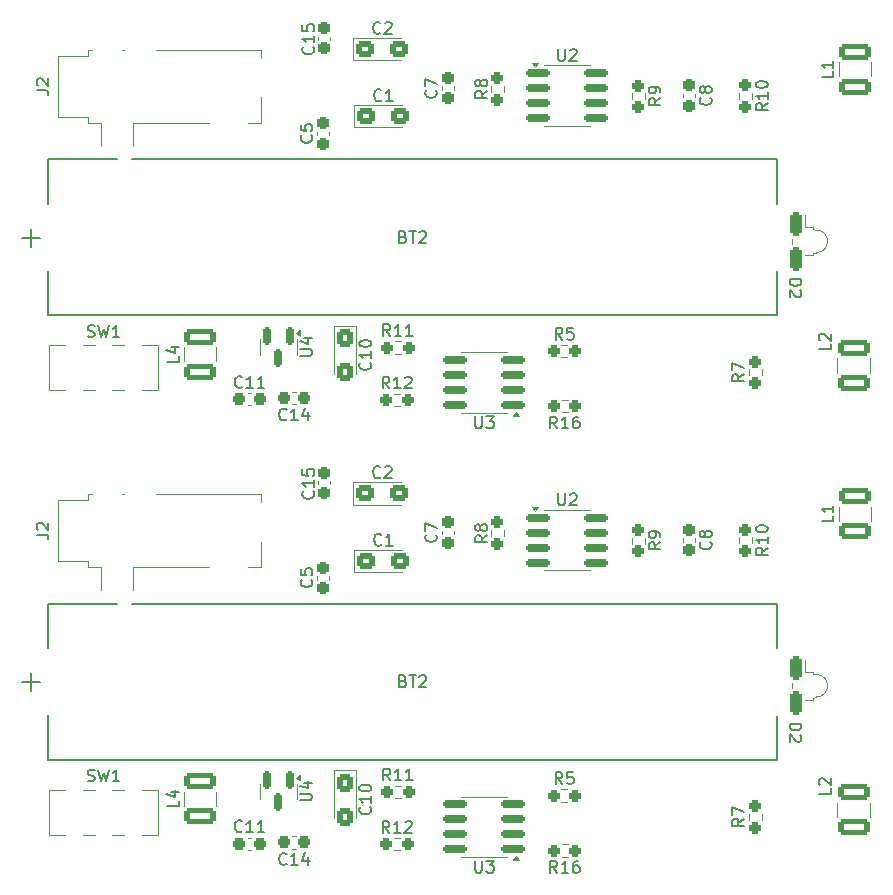
<source format=gbr>
%TF.GenerationSoftware,KiCad,Pcbnew,8.0.4*%
%TF.CreationDate,2024-08-24T22:44:35-07:00*%
%TF.ProjectId,SMDemfExplorerLEDvariationSingleCell_panelized,534d4465-6d66-4457-9870-6c6f7265724c,rev?*%
%TF.SameCoordinates,Original*%
%TF.FileFunction,Legend,Top*%
%TF.FilePolarity,Positive*%
%FSLAX46Y46*%
G04 Gerber Fmt 4.6, Leading zero omitted, Abs format (unit mm)*
G04 Created by KiCad (PCBNEW 8.0.4) date 2024-08-24 22:44:35*
%MOMM*%
%LPD*%
G01*
G04 APERTURE LIST*
G04 Aperture macros list*
%AMRoundRect*
0 Rectangle with rounded corners*
0 $1 Rounding radius*
0 $2 $3 $4 $5 $6 $7 $8 $9 X,Y pos of 4 corners*
0 Add a 4 corners polygon primitive as box body*
4,1,4,$2,$3,$4,$5,$6,$7,$8,$9,$2,$3,0*
0 Add four circle primitives for the rounded corners*
1,1,$1+$1,$2,$3*
1,1,$1+$1,$4,$5*
1,1,$1+$1,$6,$7*
1,1,$1+$1,$8,$9*
0 Add four rect primitives between the rounded corners*
20,1,$1+$1,$2,$3,$4,$5,0*
20,1,$1+$1,$4,$5,$6,$7,0*
20,1,$1+$1,$6,$7,$8,$9,0*
20,1,$1+$1,$8,$9,$2,$3,0*%
G04 Aperture macros list end*
%ADD10C,0.150000*%
%ADD11C,0.120000*%
%ADD12C,0.152400*%
%ADD13RoundRect,0.250000X-0.425000X0.537500X-0.425000X-0.537500X0.425000X-0.537500X0.425000X0.537500X0*%
%ADD14RoundRect,0.237500X-0.250000X-0.237500X0.250000X-0.237500X0.250000X0.237500X-0.250000X0.237500X0*%
%ADD15RoundRect,0.237500X0.237500X-0.300000X0.237500X0.300000X-0.237500X0.300000X-0.237500X-0.300000X0*%
%ADD16RoundRect,0.237500X-0.300000X-0.237500X0.300000X-0.237500X0.300000X0.237500X-0.300000X0.237500X0*%
%ADD17RoundRect,0.250001X-1.074999X0.462499X-1.074999X-0.462499X1.074999X-0.462499X1.074999X0.462499X0*%
%ADD18RoundRect,0.250000X-0.537500X-0.425000X0.537500X-0.425000X0.537500X0.425000X-0.537500X0.425000X0*%
%ADD19C,1.700000*%
%ADD20R,2.200000X2.800000*%
%ADD21R,2.000000X2.800000*%
%ADD22R,2.800000X2.800000*%
%ADD23R,2.600000X2.800000*%
%ADD24RoundRect,0.237500X-0.237500X0.300000X-0.237500X-0.300000X0.237500X-0.300000X0.237500X0.300000X0*%
%ADD25RoundRect,0.150000X-0.150000X0.587500X-0.150000X-0.587500X0.150000X-0.587500X0.150000X0.587500X0*%
%ADD26R,1.000000X1.600000*%
%ADD27RoundRect,0.237500X0.250000X0.237500X-0.250000X0.237500X-0.250000X-0.237500X0.250000X-0.237500X0*%
%ADD28RoundRect,0.237500X0.237500X-0.250000X0.237500X0.250000X-0.237500X0.250000X-0.237500X-0.250000X0*%
%ADD29RoundRect,0.250001X1.074999X-0.462499X1.074999X0.462499X-1.074999X0.462499X-1.074999X-0.462499X0*%
%ADD30RoundRect,0.237500X-0.237500X0.250000X-0.237500X-0.250000X0.237500X-0.250000X0.237500X0.250000X0*%
%ADD31RoundRect,0.150000X0.825000X0.150000X-0.825000X0.150000X-0.825000X-0.150000X0.825000X-0.150000X0*%
%ADD32RoundRect,0.250000X-0.250000X0.750000X-0.250000X-0.750000X0.250000X-0.750000X0.250000X0.750000X0*%
%ADD33RoundRect,0.150000X-0.825000X-0.150000X0.825000X-0.150000X0.825000X0.150000X-0.825000X0.150000X0*%
%ADD34C,2.235200*%
%ADD35R,6.350000X5.080000*%
%ADD36RoundRect,0.237500X0.300000X0.237500X-0.300000X0.237500X-0.300000X-0.237500X0.300000X-0.237500X0*%
G04 APERTURE END LIST*
D10*
X183409579Y-31904417D02*
X183457199Y-31952036D01*
X183457199Y-31952036D02*
X183504818Y-32094893D01*
X183504818Y-32094893D02*
X183504818Y-32190131D01*
X183504818Y-32190131D02*
X183457199Y-32332988D01*
X183457199Y-32332988D02*
X183361960Y-32428226D01*
X183361960Y-32428226D02*
X183266722Y-32475845D01*
X183266722Y-32475845D02*
X183076246Y-32523464D01*
X183076246Y-32523464D02*
X182933389Y-32523464D01*
X182933389Y-32523464D02*
X182742913Y-32475845D01*
X182742913Y-32475845D02*
X182647675Y-32428226D01*
X182647675Y-32428226D02*
X182552437Y-32332988D01*
X182552437Y-32332988D02*
X182504818Y-32190131D01*
X182504818Y-32190131D02*
X182504818Y-32094893D01*
X182504818Y-32094893D02*
X182552437Y-31952036D01*
X182552437Y-31952036D02*
X182600056Y-31904417D01*
X183504818Y-30952036D02*
X183504818Y-31523464D01*
X183504818Y-31237750D02*
X182504818Y-31237750D01*
X182504818Y-31237750D02*
X182647675Y-31332988D01*
X182647675Y-31332988D02*
X182742913Y-31428226D01*
X182742913Y-31428226D02*
X182790532Y-31523464D01*
X182504818Y-30332988D02*
X182504818Y-30237750D01*
X182504818Y-30237750D02*
X182552437Y-30142512D01*
X182552437Y-30142512D02*
X182600056Y-30094893D01*
X182600056Y-30094893D02*
X182695294Y-30047274D01*
X182695294Y-30047274D02*
X182885770Y-29999655D01*
X182885770Y-29999655D02*
X183123865Y-29999655D01*
X183123865Y-29999655D02*
X183314341Y-30047274D01*
X183314341Y-30047274D02*
X183409579Y-30094893D01*
X183409579Y-30094893D02*
X183457199Y-30142512D01*
X183457199Y-30142512D02*
X183504818Y-30237750D01*
X183504818Y-30237750D02*
X183504818Y-30332988D01*
X183504818Y-30332988D02*
X183457199Y-30428226D01*
X183457199Y-30428226D02*
X183409579Y-30475845D01*
X183409579Y-30475845D02*
X183314341Y-30523464D01*
X183314341Y-30523464D02*
X183123865Y-30571083D01*
X183123865Y-30571083D02*
X182885770Y-30571083D01*
X182885770Y-30571083D02*
X182695294Y-30523464D01*
X182695294Y-30523464D02*
X182600056Y-30475845D01*
X182600056Y-30475845D02*
X182552437Y-30428226D01*
X182552437Y-30428226D02*
X182504818Y-30332988D01*
X185044643Y-34073879D02*
X184711310Y-33597688D01*
X184473215Y-34073879D02*
X184473215Y-33073879D01*
X184473215Y-33073879D02*
X184854167Y-33073879D01*
X184854167Y-33073879D02*
X184949405Y-33121498D01*
X184949405Y-33121498D02*
X184997024Y-33169117D01*
X184997024Y-33169117D02*
X185044643Y-33264355D01*
X185044643Y-33264355D02*
X185044643Y-33407212D01*
X185044643Y-33407212D02*
X184997024Y-33502450D01*
X184997024Y-33502450D02*
X184949405Y-33550069D01*
X184949405Y-33550069D02*
X184854167Y-33597688D01*
X184854167Y-33597688D02*
X184473215Y-33597688D01*
X185997024Y-34073879D02*
X185425596Y-34073879D01*
X185711310Y-34073879D02*
X185711310Y-33073879D01*
X185711310Y-33073879D02*
X185616072Y-33216736D01*
X185616072Y-33216736D02*
X185520834Y-33311974D01*
X185520834Y-33311974D02*
X185425596Y-33359593D01*
X186377977Y-33169117D02*
X186425596Y-33121498D01*
X186425596Y-33121498D02*
X186520834Y-33073879D01*
X186520834Y-33073879D02*
X186758929Y-33073879D01*
X186758929Y-33073879D02*
X186854167Y-33121498D01*
X186854167Y-33121498D02*
X186901786Y-33169117D01*
X186901786Y-33169117D02*
X186949405Y-33264355D01*
X186949405Y-33264355D02*
X186949405Y-33359593D01*
X186949405Y-33359593D02*
X186901786Y-33502450D01*
X186901786Y-33502450D02*
X186330358Y-34073879D01*
X186330358Y-34073879D02*
X186949405Y-34073879D01*
X178434580Y-12640729D02*
X178482200Y-12688348D01*
X178482200Y-12688348D02*
X178529819Y-12831205D01*
X178529819Y-12831205D02*
X178529819Y-12926443D01*
X178529819Y-12926443D02*
X178482200Y-13069300D01*
X178482200Y-13069300D02*
X178386961Y-13164538D01*
X178386961Y-13164538D02*
X178291723Y-13212157D01*
X178291723Y-13212157D02*
X178101247Y-13259776D01*
X178101247Y-13259776D02*
X177958390Y-13259776D01*
X177958390Y-13259776D02*
X177767914Y-13212157D01*
X177767914Y-13212157D02*
X177672676Y-13164538D01*
X177672676Y-13164538D02*
X177577438Y-13069300D01*
X177577438Y-13069300D02*
X177529819Y-12926443D01*
X177529819Y-12926443D02*
X177529819Y-12831205D01*
X177529819Y-12831205D02*
X177577438Y-12688348D01*
X177577438Y-12688348D02*
X177625057Y-12640729D01*
X177529819Y-11735967D02*
X177529819Y-12212157D01*
X177529819Y-12212157D02*
X178006009Y-12259776D01*
X178006009Y-12259776D02*
X177958390Y-12212157D01*
X177958390Y-12212157D02*
X177910771Y-12116919D01*
X177910771Y-12116919D02*
X177910771Y-11878824D01*
X177910771Y-11878824D02*
X177958390Y-11783586D01*
X177958390Y-11783586D02*
X178006009Y-11735967D01*
X178006009Y-11735967D02*
X178101247Y-11688348D01*
X178101247Y-11688348D02*
X178339342Y-11688348D01*
X178339342Y-11688348D02*
X178434580Y-11735967D01*
X178434580Y-11735967D02*
X178482200Y-11783586D01*
X178482200Y-11783586D02*
X178529819Y-11878824D01*
X178529819Y-11878824D02*
X178529819Y-12116919D01*
X178529819Y-12116919D02*
X178482200Y-12212157D01*
X178482200Y-12212157D02*
X178434580Y-12259776D01*
X172569639Y-33928644D02*
X172522020Y-33976264D01*
X172522020Y-33976264D02*
X172379163Y-34023883D01*
X172379163Y-34023883D02*
X172283925Y-34023883D01*
X172283925Y-34023883D02*
X172141068Y-33976264D01*
X172141068Y-33976264D02*
X172045830Y-33881025D01*
X172045830Y-33881025D02*
X171998211Y-33785787D01*
X171998211Y-33785787D02*
X171950592Y-33595311D01*
X171950592Y-33595311D02*
X171950592Y-33452454D01*
X171950592Y-33452454D02*
X171998211Y-33261978D01*
X171998211Y-33261978D02*
X172045830Y-33166740D01*
X172045830Y-33166740D02*
X172141068Y-33071502D01*
X172141068Y-33071502D02*
X172283925Y-33023883D01*
X172283925Y-33023883D02*
X172379163Y-33023883D01*
X172379163Y-33023883D02*
X172522020Y-33071502D01*
X172522020Y-33071502D02*
X172569639Y-33119121D01*
X173522020Y-34023883D02*
X172950592Y-34023883D01*
X173236306Y-34023883D02*
X173236306Y-33023883D01*
X173236306Y-33023883D02*
X173141068Y-33166740D01*
X173141068Y-33166740D02*
X173045830Y-33261978D01*
X173045830Y-33261978D02*
X172950592Y-33309597D01*
X174474401Y-34023883D02*
X173902973Y-34023883D01*
X174188687Y-34023883D02*
X174188687Y-33023883D01*
X174188687Y-33023883D02*
X174093449Y-33166740D01*
X174093449Y-33166740D02*
X173998211Y-33261978D01*
X173998211Y-33261978D02*
X173902973Y-33309597D01*
X222404827Y-30290741D02*
X222404827Y-30766931D01*
X222404827Y-30766931D02*
X221404827Y-30766931D01*
X221500065Y-30005026D02*
X221452446Y-29957407D01*
X221452446Y-29957407D02*
X221404827Y-29862169D01*
X221404827Y-29862169D02*
X221404827Y-29624074D01*
X221404827Y-29624074D02*
X221452446Y-29528836D01*
X221452446Y-29528836D02*
X221500065Y-29481217D01*
X221500065Y-29481217D02*
X221595303Y-29433598D01*
X221595303Y-29433598D02*
X221690541Y-29433598D01*
X221690541Y-29433598D02*
X221833398Y-29481217D01*
X221833398Y-29481217D02*
X222404827Y-30052645D01*
X222404827Y-30052645D02*
X222404827Y-29433598D01*
X184370833Y-9658643D02*
X184323214Y-9706263D01*
X184323214Y-9706263D02*
X184180357Y-9753882D01*
X184180357Y-9753882D02*
X184085119Y-9753882D01*
X184085119Y-9753882D02*
X183942262Y-9706263D01*
X183942262Y-9706263D02*
X183847024Y-9611024D01*
X183847024Y-9611024D02*
X183799405Y-9515786D01*
X183799405Y-9515786D02*
X183751786Y-9325310D01*
X183751786Y-9325310D02*
X183751786Y-9182453D01*
X183751786Y-9182453D02*
X183799405Y-8991977D01*
X183799405Y-8991977D02*
X183847024Y-8896739D01*
X183847024Y-8896739D02*
X183942262Y-8801501D01*
X183942262Y-8801501D02*
X184085119Y-8753882D01*
X184085119Y-8753882D02*
X184180357Y-8753882D01*
X184180357Y-8753882D02*
X184323214Y-8801501D01*
X184323214Y-8801501D02*
X184370833Y-8849120D01*
X185323214Y-9753882D02*
X184751786Y-9753882D01*
X185037500Y-9753882D02*
X185037500Y-8753882D01*
X185037500Y-8753882D02*
X184942262Y-8896739D01*
X184942262Y-8896739D02*
X184847024Y-8991977D01*
X184847024Y-8991977D02*
X184751786Y-9039596D01*
X155180297Y-8839420D02*
X155894582Y-8839420D01*
X155894582Y-8839420D02*
X156037439Y-8887039D01*
X156037439Y-8887039D02*
X156132678Y-8982277D01*
X156132678Y-8982277D02*
X156180297Y-9125134D01*
X156180297Y-9125134D02*
X156180297Y-9220372D01*
X155275535Y-8410848D02*
X155227916Y-8363229D01*
X155227916Y-8363229D02*
X155180297Y-8267991D01*
X155180297Y-8267991D02*
X155180297Y-8029896D01*
X155180297Y-8029896D02*
X155227916Y-7934658D01*
X155227916Y-7934658D02*
X155275535Y-7887039D01*
X155275535Y-7887039D02*
X155370773Y-7839420D01*
X155370773Y-7839420D02*
X155466011Y-7839420D01*
X155466011Y-7839420D02*
X155608868Y-7887039D01*
X155608868Y-7887039D02*
X156180297Y-8458467D01*
X156180297Y-8458467D02*
X156180297Y-7839420D01*
X178584580Y-5166920D02*
X178632200Y-5214539D01*
X178632200Y-5214539D02*
X178679819Y-5357396D01*
X178679819Y-5357396D02*
X178679819Y-5452634D01*
X178679819Y-5452634D02*
X178632200Y-5595491D01*
X178632200Y-5595491D02*
X178536961Y-5690729D01*
X178536961Y-5690729D02*
X178441723Y-5738348D01*
X178441723Y-5738348D02*
X178251247Y-5785967D01*
X178251247Y-5785967D02*
X178108390Y-5785967D01*
X178108390Y-5785967D02*
X177917914Y-5738348D01*
X177917914Y-5738348D02*
X177822676Y-5690729D01*
X177822676Y-5690729D02*
X177727438Y-5595491D01*
X177727438Y-5595491D02*
X177679819Y-5452634D01*
X177679819Y-5452634D02*
X177679819Y-5357396D01*
X177679819Y-5357396D02*
X177727438Y-5214539D01*
X177727438Y-5214539D02*
X177775057Y-5166920D01*
X178679819Y-4214539D02*
X178679819Y-4785967D01*
X178679819Y-4500253D02*
X177679819Y-4500253D01*
X177679819Y-4500253D02*
X177822676Y-4595491D01*
X177822676Y-4595491D02*
X177917914Y-4690729D01*
X177917914Y-4690729D02*
X177965533Y-4785967D01*
X177679819Y-3309777D02*
X177679819Y-3785967D01*
X177679819Y-3785967D02*
X178156009Y-3833586D01*
X178156009Y-3833586D02*
X178108390Y-3785967D01*
X178108390Y-3785967D02*
X178060771Y-3690729D01*
X178060771Y-3690729D02*
X178060771Y-3452634D01*
X178060771Y-3452634D02*
X178108390Y-3357396D01*
X178108390Y-3357396D02*
X178156009Y-3309777D01*
X178156009Y-3309777D02*
X178251247Y-3262158D01*
X178251247Y-3262158D02*
X178489342Y-3262158D01*
X178489342Y-3262158D02*
X178584580Y-3309777D01*
X178584580Y-3309777D02*
X178632200Y-3357396D01*
X178632200Y-3357396D02*
X178679819Y-3452634D01*
X178679819Y-3452634D02*
X178679819Y-3690729D01*
X178679819Y-3690729D02*
X178632200Y-3785967D01*
X178632200Y-3785967D02*
X178584580Y-3833586D01*
X177504817Y-31323466D02*
X178314340Y-31323466D01*
X178314340Y-31323466D02*
X178409578Y-31275847D01*
X178409578Y-31275847D02*
X178457198Y-31228228D01*
X178457198Y-31228228D02*
X178504817Y-31132990D01*
X178504817Y-31132990D02*
X178504817Y-30942514D01*
X178504817Y-30942514D02*
X178457198Y-30847276D01*
X178457198Y-30847276D02*
X178409578Y-30799657D01*
X178409578Y-30799657D02*
X178314340Y-30752038D01*
X178314340Y-30752038D02*
X177504817Y-30752038D01*
X177838150Y-29847276D02*
X178504817Y-29847276D01*
X177457198Y-30085371D02*
X178171483Y-30323466D01*
X178171483Y-30323466D02*
X178171483Y-29704419D01*
X199695833Y-29948882D02*
X199362500Y-29472691D01*
X199124405Y-29948882D02*
X199124405Y-28948882D01*
X199124405Y-28948882D02*
X199505357Y-28948882D01*
X199505357Y-28948882D02*
X199600595Y-28996501D01*
X199600595Y-28996501D02*
X199648214Y-29044120D01*
X199648214Y-29044120D02*
X199695833Y-29139358D01*
X199695833Y-29139358D02*
X199695833Y-29282215D01*
X199695833Y-29282215D02*
X199648214Y-29377453D01*
X199648214Y-29377453D02*
X199600595Y-29425072D01*
X199600595Y-29425072D02*
X199505357Y-29472691D01*
X199505357Y-29472691D02*
X199124405Y-29472691D01*
X200600595Y-28948882D02*
X200124405Y-28948882D01*
X200124405Y-28948882D02*
X200076786Y-29425072D01*
X200076786Y-29425072D02*
X200124405Y-29377453D01*
X200124405Y-29377453D02*
X200219643Y-29329834D01*
X200219643Y-29329834D02*
X200457738Y-29329834D01*
X200457738Y-29329834D02*
X200552976Y-29377453D01*
X200552976Y-29377453D02*
X200600595Y-29425072D01*
X200600595Y-29425072D02*
X200648214Y-29520310D01*
X200648214Y-29520310D02*
X200648214Y-29758405D01*
X200648214Y-29758405D02*
X200600595Y-29853643D01*
X200600595Y-29853643D02*
X200552976Y-29901263D01*
X200552976Y-29901263D02*
X200457738Y-29948882D01*
X200457738Y-29948882D02*
X200219643Y-29948882D01*
X200219643Y-29948882D02*
X200124405Y-29901263D01*
X200124405Y-29901263D02*
X200076786Y-29853643D01*
X159516667Y-29681263D02*
X159659524Y-29728882D01*
X159659524Y-29728882D02*
X159897619Y-29728882D01*
X159897619Y-29728882D02*
X159992857Y-29681263D01*
X159992857Y-29681263D02*
X160040476Y-29633643D01*
X160040476Y-29633643D02*
X160088095Y-29538405D01*
X160088095Y-29538405D02*
X160088095Y-29443167D01*
X160088095Y-29443167D02*
X160040476Y-29347929D01*
X160040476Y-29347929D02*
X159992857Y-29300310D01*
X159992857Y-29300310D02*
X159897619Y-29252691D01*
X159897619Y-29252691D02*
X159707143Y-29205072D01*
X159707143Y-29205072D02*
X159611905Y-29157453D01*
X159611905Y-29157453D02*
X159564286Y-29109834D01*
X159564286Y-29109834D02*
X159516667Y-29014596D01*
X159516667Y-29014596D02*
X159516667Y-28919358D01*
X159516667Y-28919358D02*
X159564286Y-28824120D01*
X159564286Y-28824120D02*
X159611905Y-28776501D01*
X159611905Y-28776501D02*
X159707143Y-28728882D01*
X159707143Y-28728882D02*
X159945238Y-28728882D01*
X159945238Y-28728882D02*
X160088095Y-28776501D01*
X160421429Y-28728882D02*
X160659524Y-29728882D01*
X160659524Y-29728882D02*
X160850000Y-29014596D01*
X160850000Y-29014596D02*
X161040476Y-29728882D01*
X161040476Y-29728882D02*
X161278572Y-28728882D01*
X162183333Y-29728882D02*
X161611905Y-29728882D01*
X161897619Y-29728882D02*
X161897619Y-28728882D01*
X161897619Y-28728882D02*
X161802381Y-28871739D01*
X161802381Y-28871739D02*
X161707143Y-28966977D01*
X161707143Y-28966977D02*
X161611905Y-29014596D01*
X199249536Y-37463997D02*
X198916203Y-36987806D01*
X198678108Y-37463997D02*
X198678108Y-36463997D01*
X198678108Y-36463997D02*
X199059060Y-36463997D01*
X199059060Y-36463997D02*
X199154298Y-36511616D01*
X199154298Y-36511616D02*
X199201917Y-36559235D01*
X199201917Y-36559235D02*
X199249536Y-36654473D01*
X199249536Y-36654473D02*
X199249536Y-36797330D01*
X199249536Y-36797330D02*
X199201917Y-36892568D01*
X199201917Y-36892568D02*
X199154298Y-36940187D01*
X199154298Y-36940187D02*
X199059060Y-36987806D01*
X199059060Y-36987806D02*
X198678108Y-36987806D01*
X200201917Y-37463997D02*
X199630489Y-37463997D01*
X199916203Y-37463997D02*
X199916203Y-36463997D01*
X199916203Y-36463997D02*
X199820965Y-36606854D01*
X199820965Y-36606854D02*
X199725727Y-36702092D01*
X199725727Y-36702092D02*
X199630489Y-36749711D01*
X201059060Y-36463997D02*
X200868584Y-36463997D01*
X200868584Y-36463997D02*
X200773346Y-36511616D01*
X200773346Y-36511616D02*
X200725727Y-36559235D01*
X200725727Y-36559235D02*
X200630489Y-36702092D01*
X200630489Y-36702092D02*
X200582870Y-36892568D01*
X200582870Y-36892568D02*
X200582870Y-37273520D01*
X200582870Y-37273520D02*
X200630489Y-37368758D01*
X200630489Y-37368758D02*
X200678108Y-37416378D01*
X200678108Y-37416378D02*
X200773346Y-37463997D01*
X200773346Y-37463997D02*
X200963822Y-37463997D01*
X200963822Y-37463997D02*
X201059060Y-37416378D01*
X201059060Y-37416378D02*
X201106679Y-37368758D01*
X201106679Y-37368758D02*
X201154298Y-37273520D01*
X201154298Y-37273520D02*
X201154298Y-37035425D01*
X201154298Y-37035425D02*
X201106679Y-36940187D01*
X201106679Y-36940187D02*
X201059060Y-36892568D01*
X201059060Y-36892568D02*
X200963822Y-36844949D01*
X200963822Y-36844949D02*
X200773346Y-36844949D01*
X200773346Y-36844949D02*
X200678108Y-36892568D01*
X200678108Y-36892568D02*
X200630489Y-36940187D01*
X200630489Y-36940187D02*
X200582870Y-37035425D01*
X193329819Y-8890729D02*
X192853628Y-9224062D01*
X193329819Y-9462157D02*
X192329819Y-9462157D01*
X192329819Y-9462157D02*
X192329819Y-9081205D01*
X192329819Y-9081205D02*
X192377438Y-8985967D01*
X192377438Y-8985967D02*
X192425057Y-8938348D01*
X192425057Y-8938348D02*
X192520295Y-8890729D01*
X192520295Y-8890729D02*
X192663152Y-8890729D01*
X192663152Y-8890729D02*
X192758390Y-8938348D01*
X192758390Y-8938348D02*
X192806009Y-8985967D01*
X192806009Y-8985967D02*
X192853628Y-9081205D01*
X192853628Y-9081205D02*
X192853628Y-9462157D01*
X192758390Y-8319300D02*
X192710771Y-8414538D01*
X192710771Y-8414538D02*
X192663152Y-8462157D01*
X192663152Y-8462157D02*
X192567914Y-8509776D01*
X192567914Y-8509776D02*
X192520295Y-8509776D01*
X192520295Y-8509776D02*
X192425057Y-8462157D01*
X192425057Y-8462157D02*
X192377438Y-8414538D01*
X192377438Y-8414538D02*
X192329819Y-8319300D01*
X192329819Y-8319300D02*
X192329819Y-8128824D01*
X192329819Y-8128824D02*
X192377438Y-8033586D01*
X192377438Y-8033586D02*
X192425057Y-7985967D01*
X192425057Y-7985967D02*
X192520295Y-7938348D01*
X192520295Y-7938348D02*
X192567914Y-7938348D01*
X192567914Y-7938348D02*
X192663152Y-7985967D01*
X192663152Y-7985967D02*
X192710771Y-8033586D01*
X192710771Y-8033586D02*
X192758390Y-8128824D01*
X192758390Y-8128824D02*
X192758390Y-8319300D01*
X192758390Y-8319300D02*
X192806009Y-8414538D01*
X192806009Y-8414538D02*
X192853628Y-8462157D01*
X192853628Y-8462157D02*
X192948866Y-8509776D01*
X192948866Y-8509776D02*
X193139342Y-8509776D01*
X193139342Y-8509776D02*
X193234580Y-8462157D01*
X193234580Y-8462157D02*
X193282200Y-8414538D01*
X193282200Y-8414538D02*
X193329819Y-8319300D01*
X193329819Y-8319300D02*
X193329819Y-8128824D01*
X193329819Y-8128824D02*
X193282200Y-8033586D01*
X193282200Y-8033586D02*
X193234580Y-7985967D01*
X193234580Y-7985967D02*
X193139342Y-7938348D01*
X193139342Y-7938348D02*
X192948866Y-7938348D01*
X192948866Y-7938348D02*
X192853628Y-7985967D01*
X192853628Y-7985967D02*
X192806009Y-8033586D01*
X192806009Y-8033586D02*
X192758390Y-8128824D01*
X167199821Y-31353231D02*
X167199821Y-31829421D01*
X167199821Y-31829421D02*
X166199821Y-31829421D01*
X166533154Y-30591326D02*
X167199821Y-30591326D01*
X166152202Y-30829421D02*
X166866487Y-31067516D01*
X166866487Y-31067516D02*
X166866487Y-30448469D01*
X222649817Y-7228229D02*
X222649817Y-7704419D01*
X222649817Y-7704419D02*
X221649817Y-7704419D01*
X222649817Y-6371086D02*
X222649817Y-6942514D01*
X222649817Y-6656800D02*
X221649817Y-6656800D01*
X221649817Y-6656800D02*
X221792674Y-6752038D01*
X221792674Y-6752038D02*
X221887912Y-6847276D01*
X221887912Y-6847276D02*
X221935531Y-6942514D01*
X188984580Y-8840729D02*
X189032200Y-8888348D01*
X189032200Y-8888348D02*
X189079819Y-9031205D01*
X189079819Y-9031205D02*
X189079819Y-9126443D01*
X189079819Y-9126443D02*
X189032200Y-9269300D01*
X189032200Y-9269300D02*
X188936961Y-9364538D01*
X188936961Y-9364538D02*
X188841723Y-9412157D01*
X188841723Y-9412157D02*
X188651247Y-9459776D01*
X188651247Y-9459776D02*
X188508390Y-9459776D01*
X188508390Y-9459776D02*
X188317914Y-9412157D01*
X188317914Y-9412157D02*
X188222676Y-9364538D01*
X188222676Y-9364538D02*
X188127438Y-9269300D01*
X188127438Y-9269300D02*
X188079819Y-9126443D01*
X188079819Y-9126443D02*
X188079819Y-9031205D01*
X188079819Y-9031205D02*
X188127438Y-8888348D01*
X188127438Y-8888348D02*
X188175057Y-8840729D01*
X188079819Y-8507395D02*
X188079819Y-7840729D01*
X188079819Y-7840729D02*
X189079819Y-8269300D01*
X215074818Y-32890729D02*
X214598627Y-33224062D01*
X215074818Y-33462157D02*
X214074818Y-33462157D01*
X214074818Y-33462157D02*
X214074818Y-33081205D01*
X214074818Y-33081205D02*
X214122437Y-32985967D01*
X214122437Y-32985967D02*
X214170056Y-32938348D01*
X214170056Y-32938348D02*
X214265294Y-32890729D01*
X214265294Y-32890729D02*
X214408151Y-32890729D01*
X214408151Y-32890729D02*
X214503389Y-32938348D01*
X214503389Y-32938348D02*
X214551008Y-32985967D01*
X214551008Y-32985967D02*
X214598627Y-33081205D01*
X214598627Y-33081205D02*
X214598627Y-33462157D01*
X214074818Y-32557395D02*
X214074818Y-31890729D01*
X214074818Y-31890729D02*
X215074818Y-32319300D01*
X185119642Y-29648882D02*
X184786309Y-29172691D01*
X184548214Y-29648882D02*
X184548214Y-28648882D01*
X184548214Y-28648882D02*
X184929166Y-28648882D01*
X184929166Y-28648882D02*
X185024404Y-28696501D01*
X185024404Y-28696501D02*
X185072023Y-28744120D01*
X185072023Y-28744120D02*
X185119642Y-28839358D01*
X185119642Y-28839358D02*
X185119642Y-28982215D01*
X185119642Y-28982215D02*
X185072023Y-29077453D01*
X185072023Y-29077453D02*
X185024404Y-29125072D01*
X185024404Y-29125072D02*
X184929166Y-29172691D01*
X184929166Y-29172691D02*
X184548214Y-29172691D01*
X186072023Y-29648882D02*
X185500595Y-29648882D01*
X185786309Y-29648882D02*
X185786309Y-28648882D01*
X185786309Y-28648882D02*
X185691071Y-28791739D01*
X185691071Y-28791739D02*
X185595833Y-28886977D01*
X185595833Y-28886977D02*
X185500595Y-28934596D01*
X187024404Y-29648882D02*
X186452976Y-29648882D01*
X186738690Y-29648882D02*
X186738690Y-28648882D01*
X186738690Y-28648882D02*
X186643452Y-28791739D01*
X186643452Y-28791739D02*
X186548214Y-28886977D01*
X186548214Y-28886977D02*
X186452976Y-28934596D01*
X212239578Y-9453229D02*
X212287198Y-9500848D01*
X212287198Y-9500848D02*
X212334817Y-9643705D01*
X212334817Y-9643705D02*
X212334817Y-9738943D01*
X212334817Y-9738943D02*
X212287198Y-9881800D01*
X212287198Y-9881800D02*
X212191959Y-9977038D01*
X212191959Y-9977038D02*
X212096721Y-10024657D01*
X212096721Y-10024657D02*
X211906245Y-10072276D01*
X211906245Y-10072276D02*
X211763388Y-10072276D01*
X211763388Y-10072276D02*
X211572912Y-10024657D01*
X211572912Y-10024657D02*
X211477674Y-9977038D01*
X211477674Y-9977038D02*
X211382436Y-9881800D01*
X211382436Y-9881800D02*
X211334817Y-9738943D01*
X211334817Y-9738943D02*
X211334817Y-9643705D01*
X211334817Y-9643705D02*
X211382436Y-9500848D01*
X211382436Y-9500848D02*
X211430055Y-9453229D01*
X211763388Y-8881800D02*
X211715769Y-8977038D01*
X211715769Y-8977038D02*
X211668150Y-9024657D01*
X211668150Y-9024657D02*
X211572912Y-9072276D01*
X211572912Y-9072276D02*
X211525293Y-9072276D01*
X211525293Y-9072276D02*
X211430055Y-9024657D01*
X211430055Y-9024657D02*
X211382436Y-8977038D01*
X211382436Y-8977038D02*
X211334817Y-8881800D01*
X211334817Y-8881800D02*
X211334817Y-8691324D01*
X211334817Y-8691324D02*
X211382436Y-8596086D01*
X211382436Y-8596086D02*
X211430055Y-8548467D01*
X211430055Y-8548467D02*
X211525293Y-8500848D01*
X211525293Y-8500848D02*
X211572912Y-8500848D01*
X211572912Y-8500848D02*
X211668150Y-8548467D01*
X211668150Y-8548467D02*
X211715769Y-8596086D01*
X211715769Y-8596086D02*
X211763388Y-8691324D01*
X211763388Y-8691324D02*
X211763388Y-8881800D01*
X211763388Y-8881800D02*
X211811007Y-8977038D01*
X211811007Y-8977038D02*
X211858626Y-9024657D01*
X211858626Y-9024657D02*
X211953864Y-9072276D01*
X211953864Y-9072276D02*
X212144340Y-9072276D01*
X212144340Y-9072276D02*
X212239578Y-9024657D01*
X212239578Y-9024657D02*
X212287198Y-8977038D01*
X212287198Y-8977038D02*
X212334817Y-8881800D01*
X212334817Y-8881800D02*
X212334817Y-8691324D01*
X212334817Y-8691324D02*
X212287198Y-8596086D01*
X212287198Y-8596086D02*
X212239578Y-8548467D01*
X212239578Y-8548467D02*
X212144340Y-8500848D01*
X212144340Y-8500848D02*
X211953864Y-8500848D01*
X211953864Y-8500848D02*
X211858626Y-8548467D01*
X211858626Y-8548467D02*
X211811007Y-8596086D01*
X211811007Y-8596086D02*
X211763388Y-8691324D01*
X208004819Y-9490729D02*
X207528628Y-9824062D01*
X208004819Y-10062157D02*
X207004819Y-10062157D01*
X207004819Y-10062157D02*
X207004819Y-9681205D01*
X207004819Y-9681205D02*
X207052438Y-9585967D01*
X207052438Y-9585967D02*
X207100057Y-9538348D01*
X207100057Y-9538348D02*
X207195295Y-9490729D01*
X207195295Y-9490729D02*
X207338152Y-9490729D01*
X207338152Y-9490729D02*
X207433390Y-9538348D01*
X207433390Y-9538348D02*
X207481009Y-9585967D01*
X207481009Y-9585967D02*
X207528628Y-9681205D01*
X207528628Y-9681205D02*
X207528628Y-10062157D01*
X208004819Y-9014538D02*
X208004819Y-8824062D01*
X208004819Y-8824062D02*
X207957200Y-8728824D01*
X207957200Y-8728824D02*
X207909580Y-8681205D01*
X207909580Y-8681205D02*
X207766723Y-8585967D01*
X207766723Y-8585967D02*
X207576247Y-8538348D01*
X207576247Y-8538348D02*
X207195295Y-8538348D01*
X207195295Y-8538348D02*
X207100057Y-8585967D01*
X207100057Y-8585967D02*
X207052438Y-8633586D01*
X207052438Y-8633586D02*
X207004819Y-8728824D01*
X207004819Y-8728824D02*
X207004819Y-8919300D01*
X207004819Y-8919300D02*
X207052438Y-9014538D01*
X207052438Y-9014538D02*
X207100057Y-9062157D01*
X207100057Y-9062157D02*
X207195295Y-9109776D01*
X207195295Y-9109776D02*
X207433390Y-9109776D01*
X207433390Y-9109776D02*
X207528628Y-9062157D01*
X207528628Y-9062157D02*
X207576247Y-9014538D01*
X207576247Y-9014538D02*
X207623866Y-8919300D01*
X207623866Y-8919300D02*
X207623866Y-8728824D01*
X207623866Y-8728824D02*
X207576247Y-8633586D01*
X207576247Y-8633586D02*
X207528628Y-8585967D01*
X207528628Y-8585967D02*
X207433390Y-8538348D01*
X217084824Y-9954422D02*
X216608633Y-10287755D01*
X217084824Y-10525850D02*
X216084824Y-10525850D01*
X216084824Y-10525850D02*
X216084824Y-10144898D01*
X216084824Y-10144898D02*
X216132443Y-10049660D01*
X216132443Y-10049660D02*
X216180062Y-10002041D01*
X216180062Y-10002041D02*
X216275300Y-9954422D01*
X216275300Y-9954422D02*
X216418157Y-9954422D01*
X216418157Y-9954422D02*
X216513395Y-10002041D01*
X216513395Y-10002041D02*
X216561014Y-10049660D01*
X216561014Y-10049660D02*
X216608633Y-10144898D01*
X216608633Y-10144898D02*
X216608633Y-10525850D01*
X217084824Y-9002041D02*
X217084824Y-9573469D01*
X217084824Y-9287755D02*
X216084824Y-9287755D01*
X216084824Y-9287755D02*
X216227681Y-9382993D01*
X216227681Y-9382993D02*
X216322919Y-9478231D01*
X216322919Y-9478231D02*
X216370538Y-9573469D01*
X216084824Y-8382993D02*
X216084824Y-8287755D01*
X216084824Y-8287755D02*
X216132443Y-8192517D01*
X216132443Y-8192517D02*
X216180062Y-8144898D01*
X216180062Y-8144898D02*
X216275300Y-8097279D01*
X216275300Y-8097279D02*
X216465776Y-8049660D01*
X216465776Y-8049660D02*
X216703871Y-8049660D01*
X216703871Y-8049660D02*
X216894347Y-8097279D01*
X216894347Y-8097279D02*
X216989585Y-8144898D01*
X216989585Y-8144898D02*
X217037205Y-8192517D01*
X217037205Y-8192517D02*
X217084824Y-8287755D01*
X217084824Y-8287755D02*
X217084824Y-8382993D01*
X217084824Y-8382993D02*
X217037205Y-8478231D01*
X217037205Y-8478231D02*
X216989585Y-8525850D01*
X216989585Y-8525850D02*
X216894347Y-8573469D01*
X216894347Y-8573469D02*
X216703871Y-8621088D01*
X216703871Y-8621088D02*
X216465776Y-8621088D01*
X216465776Y-8621088D02*
X216275300Y-8573469D01*
X216275300Y-8573469D02*
X216180062Y-8525850D01*
X216180062Y-8525850D02*
X216132443Y-8478231D01*
X216132443Y-8478231D02*
X216084824Y-8382993D01*
X192320896Y-36440614D02*
X192320896Y-37250137D01*
X192320896Y-37250137D02*
X192368515Y-37345375D01*
X192368515Y-37345375D02*
X192416134Y-37392995D01*
X192416134Y-37392995D02*
X192511372Y-37440614D01*
X192511372Y-37440614D02*
X192701848Y-37440614D01*
X192701848Y-37440614D02*
X192797086Y-37392995D01*
X192797086Y-37392995D02*
X192844705Y-37345375D01*
X192844705Y-37345375D02*
X192892324Y-37250137D01*
X192892324Y-37250137D02*
X192892324Y-36440614D01*
X193273277Y-36440614D02*
X193892324Y-36440614D01*
X193892324Y-36440614D02*
X193558991Y-36821566D01*
X193558991Y-36821566D02*
X193701848Y-36821566D01*
X193701848Y-36821566D02*
X193797086Y-36869185D01*
X193797086Y-36869185D02*
X193844705Y-36916804D01*
X193844705Y-36916804D02*
X193892324Y-37012042D01*
X193892324Y-37012042D02*
X193892324Y-37250137D01*
X193892324Y-37250137D02*
X193844705Y-37345375D01*
X193844705Y-37345375D02*
X193797086Y-37392995D01*
X193797086Y-37392995D02*
X193701848Y-37440614D01*
X193701848Y-37440614D02*
X193416134Y-37440614D01*
X193416134Y-37440614D02*
X193320896Y-37392995D01*
X193320896Y-37392995D02*
X193273277Y-37345375D01*
X218945180Y-24835968D02*
X219945180Y-24835968D01*
X219945180Y-24835968D02*
X219945180Y-25074063D01*
X219945180Y-25074063D02*
X219897561Y-25216920D01*
X219897561Y-25216920D02*
X219802323Y-25312158D01*
X219802323Y-25312158D02*
X219707085Y-25359777D01*
X219707085Y-25359777D02*
X219516609Y-25407396D01*
X219516609Y-25407396D02*
X219373752Y-25407396D01*
X219373752Y-25407396D02*
X219183276Y-25359777D01*
X219183276Y-25359777D02*
X219088038Y-25312158D01*
X219088038Y-25312158D02*
X218992800Y-25216920D01*
X218992800Y-25216920D02*
X218945180Y-25074063D01*
X218945180Y-25074063D02*
X218945180Y-24835968D01*
X219849942Y-25788349D02*
X219897561Y-25835968D01*
X219897561Y-25835968D02*
X219945180Y-25931206D01*
X219945180Y-25931206D02*
X219945180Y-26169301D01*
X219945180Y-26169301D02*
X219897561Y-26264539D01*
X219897561Y-26264539D02*
X219849942Y-26312158D01*
X219849942Y-26312158D02*
X219754704Y-26359777D01*
X219754704Y-26359777D02*
X219659466Y-26359777D01*
X219659466Y-26359777D02*
X219516609Y-26312158D01*
X219516609Y-26312158D02*
X218945180Y-25740730D01*
X218945180Y-25740730D02*
X218945180Y-26359777D01*
X184295833Y-3958643D02*
X184248214Y-4006263D01*
X184248214Y-4006263D02*
X184105357Y-4053882D01*
X184105357Y-4053882D02*
X184010119Y-4053882D01*
X184010119Y-4053882D02*
X183867262Y-4006263D01*
X183867262Y-4006263D02*
X183772024Y-3911024D01*
X183772024Y-3911024D02*
X183724405Y-3815786D01*
X183724405Y-3815786D02*
X183676786Y-3625310D01*
X183676786Y-3625310D02*
X183676786Y-3482453D01*
X183676786Y-3482453D02*
X183724405Y-3291977D01*
X183724405Y-3291977D02*
X183772024Y-3196739D01*
X183772024Y-3196739D02*
X183867262Y-3101501D01*
X183867262Y-3101501D02*
X184010119Y-3053882D01*
X184010119Y-3053882D02*
X184105357Y-3053882D01*
X184105357Y-3053882D02*
X184248214Y-3101501D01*
X184248214Y-3101501D02*
X184295833Y-3149120D01*
X184676786Y-3149120D02*
X184724405Y-3101501D01*
X184724405Y-3101501D02*
X184819643Y-3053882D01*
X184819643Y-3053882D02*
X185057738Y-3053882D01*
X185057738Y-3053882D02*
X185152976Y-3101501D01*
X185152976Y-3101501D02*
X185200595Y-3149120D01*
X185200595Y-3149120D02*
X185248214Y-3244358D01*
X185248214Y-3244358D02*
X185248214Y-3339596D01*
X185248214Y-3339596D02*
X185200595Y-3482453D01*
X185200595Y-3482453D02*
X184629167Y-4053882D01*
X184629167Y-4053882D02*
X185248214Y-4053882D01*
X199343907Y-5349658D02*
X199343907Y-6159181D01*
X199343907Y-6159181D02*
X199391526Y-6254419D01*
X199391526Y-6254419D02*
X199439145Y-6302039D01*
X199439145Y-6302039D02*
X199534383Y-6349658D01*
X199534383Y-6349658D02*
X199724859Y-6349658D01*
X199724859Y-6349658D02*
X199820097Y-6302039D01*
X199820097Y-6302039D02*
X199867716Y-6254419D01*
X199867716Y-6254419D02*
X199915335Y-6159181D01*
X199915335Y-6159181D02*
X199915335Y-5349658D01*
X200343907Y-5444896D02*
X200391526Y-5397277D01*
X200391526Y-5397277D02*
X200486764Y-5349658D01*
X200486764Y-5349658D02*
X200724859Y-5349658D01*
X200724859Y-5349658D02*
X200820097Y-5397277D01*
X200820097Y-5397277D02*
X200867716Y-5444896D01*
X200867716Y-5444896D02*
X200915335Y-5540134D01*
X200915335Y-5540134D02*
X200915335Y-5635372D01*
X200915335Y-5635372D02*
X200867716Y-5778229D01*
X200867716Y-5778229D02*
X200296288Y-6349658D01*
X200296288Y-6349658D02*
X200915335Y-6349658D01*
X186214285Y-21230072D02*
X186357142Y-21277691D01*
X186357142Y-21277691D02*
X186404761Y-21325310D01*
X186404761Y-21325310D02*
X186452380Y-21420548D01*
X186452380Y-21420548D02*
X186452380Y-21563405D01*
X186452380Y-21563405D02*
X186404761Y-21658643D01*
X186404761Y-21658643D02*
X186357142Y-21706263D01*
X186357142Y-21706263D02*
X186261904Y-21753882D01*
X186261904Y-21753882D02*
X185880952Y-21753882D01*
X185880952Y-21753882D02*
X185880952Y-20753882D01*
X185880952Y-20753882D02*
X186214285Y-20753882D01*
X186214285Y-20753882D02*
X186309523Y-20801501D01*
X186309523Y-20801501D02*
X186357142Y-20849120D01*
X186357142Y-20849120D02*
X186404761Y-20944358D01*
X186404761Y-20944358D02*
X186404761Y-21039596D01*
X186404761Y-21039596D02*
X186357142Y-21134834D01*
X186357142Y-21134834D02*
X186309523Y-21182453D01*
X186309523Y-21182453D02*
X186214285Y-21230072D01*
X186214285Y-21230072D02*
X185880952Y-21230072D01*
X186738095Y-20753882D02*
X187309523Y-20753882D01*
X187023809Y-21753882D02*
X187023809Y-20753882D01*
X187595238Y-20849120D02*
X187642857Y-20801501D01*
X187642857Y-20801501D02*
X187738095Y-20753882D01*
X187738095Y-20753882D02*
X187976190Y-20753882D01*
X187976190Y-20753882D02*
X188071428Y-20801501D01*
X188071428Y-20801501D02*
X188119047Y-20849120D01*
X188119047Y-20849120D02*
X188166666Y-20944358D01*
X188166666Y-20944358D02*
X188166666Y-21039596D01*
X188166666Y-21039596D02*
X188119047Y-21182453D01*
X188119047Y-21182453D02*
X187547619Y-21753882D01*
X187547619Y-21753882D02*
X188166666Y-21753882D01*
X153961554Y-21315266D02*
X155485364Y-21315266D01*
X154723459Y-22077171D02*
X154723459Y-20553361D01*
X176344647Y-36688646D02*
X176297028Y-36736266D01*
X176297028Y-36736266D02*
X176154171Y-36783885D01*
X176154171Y-36783885D02*
X176058933Y-36783885D01*
X176058933Y-36783885D02*
X175916076Y-36736266D01*
X175916076Y-36736266D02*
X175820838Y-36641027D01*
X175820838Y-36641027D02*
X175773219Y-36545789D01*
X175773219Y-36545789D02*
X175725600Y-36355313D01*
X175725600Y-36355313D02*
X175725600Y-36212456D01*
X175725600Y-36212456D02*
X175773219Y-36021980D01*
X175773219Y-36021980D02*
X175820838Y-35926742D01*
X175820838Y-35926742D02*
X175916076Y-35831504D01*
X175916076Y-35831504D02*
X176058933Y-35783885D01*
X176058933Y-35783885D02*
X176154171Y-35783885D01*
X176154171Y-35783885D02*
X176297028Y-35831504D01*
X176297028Y-35831504D02*
X176344647Y-35879123D01*
X177297028Y-36783885D02*
X176725600Y-36783885D01*
X177011314Y-36783885D02*
X177011314Y-35783885D01*
X177011314Y-35783885D02*
X176916076Y-35926742D01*
X176916076Y-35926742D02*
X176820838Y-36021980D01*
X176820838Y-36021980D02*
X176725600Y-36069599D01*
X178154171Y-36117218D02*
X178154171Y-36783885D01*
X177916076Y-35736266D02*
X177677981Y-36450551D01*
X177677981Y-36450551D02*
X178297028Y-36450551D01*
X176344647Y-74314583D02*
X176297028Y-74362203D01*
X176297028Y-74362203D02*
X176154171Y-74409822D01*
X176154171Y-74409822D02*
X176058933Y-74409822D01*
X176058933Y-74409822D02*
X175916076Y-74362203D01*
X175916076Y-74362203D02*
X175820838Y-74266964D01*
X175820838Y-74266964D02*
X175773219Y-74171726D01*
X175773219Y-74171726D02*
X175725600Y-73981250D01*
X175725600Y-73981250D02*
X175725600Y-73838393D01*
X175725600Y-73838393D02*
X175773219Y-73647917D01*
X175773219Y-73647917D02*
X175820838Y-73552679D01*
X175820838Y-73552679D02*
X175916076Y-73457441D01*
X175916076Y-73457441D02*
X176058933Y-73409822D01*
X176058933Y-73409822D02*
X176154171Y-73409822D01*
X176154171Y-73409822D02*
X176297028Y-73457441D01*
X176297028Y-73457441D02*
X176344647Y-73505060D01*
X177297028Y-74409822D02*
X176725600Y-74409822D01*
X177011314Y-74409822D02*
X177011314Y-73409822D01*
X177011314Y-73409822D02*
X176916076Y-73552679D01*
X176916076Y-73552679D02*
X176820838Y-73647917D01*
X176820838Y-73647917D02*
X176725600Y-73695536D01*
X178154171Y-73743155D02*
X178154171Y-74409822D01*
X177916076Y-73362203D02*
X177677981Y-74076488D01*
X177677981Y-74076488D02*
X178297028Y-74076488D01*
X186214285Y-58856009D02*
X186357142Y-58903628D01*
X186357142Y-58903628D02*
X186404761Y-58951247D01*
X186404761Y-58951247D02*
X186452380Y-59046485D01*
X186452380Y-59046485D02*
X186452380Y-59189342D01*
X186452380Y-59189342D02*
X186404761Y-59284580D01*
X186404761Y-59284580D02*
X186357142Y-59332200D01*
X186357142Y-59332200D02*
X186261904Y-59379819D01*
X186261904Y-59379819D02*
X185880952Y-59379819D01*
X185880952Y-59379819D02*
X185880952Y-58379819D01*
X185880952Y-58379819D02*
X186214285Y-58379819D01*
X186214285Y-58379819D02*
X186309523Y-58427438D01*
X186309523Y-58427438D02*
X186357142Y-58475057D01*
X186357142Y-58475057D02*
X186404761Y-58570295D01*
X186404761Y-58570295D02*
X186404761Y-58665533D01*
X186404761Y-58665533D02*
X186357142Y-58760771D01*
X186357142Y-58760771D02*
X186309523Y-58808390D01*
X186309523Y-58808390D02*
X186214285Y-58856009D01*
X186214285Y-58856009D02*
X185880952Y-58856009D01*
X186738095Y-58379819D02*
X187309523Y-58379819D01*
X187023809Y-59379819D02*
X187023809Y-58379819D01*
X187595238Y-58475057D02*
X187642857Y-58427438D01*
X187642857Y-58427438D02*
X187738095Y-58379819D01*
X187738095Y-58379819D02*
X187976190Y-58379819D01*
X187976190Y-58379819D02*
X188071428Y-58427438D01*
X188071428Y-58427438D02*
X188119047Y-58475057D01*
X188119047Y-58475057D02*
X188166666Y-58570295D01*
X188166666Y-58570295D02*
X188166666Y-58665533D01*
X188166666Y-58665533D02*
X188119047Y-58808390D01*
X188119047Y-58808390D02*
X187547619Y-59379819D01*
X187547619Y-59379819D02*
X188166666Y-59379819D01*
X153961554Y-58941203D02*
X155485364Y-58941203D01*
X154723459Y-59703108D02*
X154723459Y-58179298D01*
X199343907Y-42975595D02*
X199343907Y-43785118D01*
X199343907Y-43785118D02*
X199391526Y-43880356D01*
X199391526Y-43880356D02*
X199439145Y-43927976D01*
X199439145Y-43927976D02*
X199534383Y-43975595D01*
X199534383Y-43975595D02*
X199724859Y-43975595D01*
X199724859Y-43975595D02*
X199820097Y-43927976D01*
X199820097Y-43927976D02*
X199867716Y-43880356D01*
X199867716Y-43880356D02*
X199915335Y-43785118D01*
X199915335Y-43785118D02*
X199915335Y-42975595D01*
X200343907Y-43070833D02*
X200391526Y-43023214D01*
X200391526Y-43023214D02*
X200486764Y-42975595D01*
X200486764Y-42975595D02*
X200724859Y-42975595D01*
X200724859Y-42975595D02*
X200820097Y-43023214D01*
X200820097Y-43023214D02*
X200867716Y-43070833D01*
X200867716Y-43070833D02*
X200915335Y-43166071D01*
X200915335Y-43166071D02*
X200915335Y-43261309D01*
X200915335Y-43261309D02*
X200867716Y-43404166D01*
X200867716Y-43404166D02*
X200296288Y-43975595D01*
X200296288Y-43975595D02*
X200915335Y-43975595D01*
X184295833Y-41584580D02*
X184248214Y-41632200D01*
X184248214Y-41632200D02*
X184105357Y-41679819D01*
X184105357Y-41679819D02*
X184010119Y-41679819D01*
X184010119Y-41679819D02*
X183867262Y-41632200D01*
X183867262Y-41632200D02*
X183772024Y-41536961D01*
X183772024Y-41536961D02*
X183724405Y-41441723D01*
X183724405Y-41441723D02*
X183676786Y-41251247D01*
X183676786Y-41251247D02*
X183676786Y-41108390D01*
X183676786Y-41108390D02*
X183724405Y-40917914D01*
X183724405Y-40917914D02*
X183772024Y-40822676D01*
X183772024Y-40822676D02*
X183867262Y-40727438D01*
X183867262Y-40727438D02*
X184010119Y-40679819D01*
X184010119Y-40679819D02*
X184105357Y-40679819D01*
X184105357Y-40679819D02*
X184248214Y-40727438D01*
X184248214Y-40727438D02*
X184295833Y-40775057D01*
X184676786Y-40775057D02*
X184724405Y-40727438D01*
X184724405Y-40727438D02*
X184819643Y-40679819D01*
X184819643Y-40679819D02*
X185057738Y-40679819D01*
X185057738Y-40679819D02*
X185152976Y-40727438D01*
X185152976Y-40727438D02*
X185200595Y-40775057D01*
X185200595Y-40775057D02*
X185248214Y-40870295D01*
X185248214Y-40870295D02*
X185248214Y-40965533D01*
X185248214Y-40965533D02*
X185200595Y-41108390D01*
X185200595Y-41108390D02*
X184629167Y-41679819D01*
X184629167Y-41679819D02*
X185248214Y-41679819D01*
X218945180Y-62461905D02*
X219945180Y-62461905D01*
X219945180Y-62461905D02*
X219945180Y-62700000D01*
X219945180Y-62700000D02*
X219897561Y-62842857D01*
X219897561Y-62842857D02*
X219802323Y-62938095D01*
X219802323Y-62938095D02*
X219707085Y-62985714D01*
X219707085Y-62985714D02*
X219516609Y-63033333D01*
X219516609Y-63033333D02*
X219373752Y-63033333D01*
X219373752Y-63033333D02*
X219183276Y-62985714D01*
X219183276Y-62985714D02*
X219088038Y-62938095D01*
X219088038Y-62938095D02*
X218992800Y-62842857D01*
X218992800Y-62842857D02*
X218945180Y-62700000D01*
X218945180Y-62700000D02*
X218945180Y-62461905D01*
X219849942Y-63414286D02*
X219897561Y-63461905D01*
X219897561Y-63461905D02*
X219945180Y-63557143D01*
X219945180Y-63557143D02*
X219945180Y-63795238D01*
X219945180Y-63795238D02*
X219897561Y-63890476D01*
X219897561Y-63890476D02*
X219849942Y-63938095D01*
X219849942Y-63938095D02*
X219754704Y-63985714D01*
X219754704Y-63985714D02*
X219659466Y-63985714D01*
X219659466Y-63985714D02*
X219516609Y-63938095D01*
X219516609Y-63938095D02*
X218945180Y-63366667D01*
X218945180Y-63366667D02*
X218945180Y-63985714D01*
X192320896Y-74066551D02*
X192320896Y-74876074D01*
X192320896Y-74876074D02*
X192368515Y-74971312D01*
X192368515Y-74971312D02*
X192416134Y-75018932D01*
X192416134Y-75018932D02*
X192511372Y-75066551D01*
X192511372Y-75066551D02*
X192701848Y-75066551D01*
X192701848Y-75066551D02*
X192797086Y-75018932D01*
X192797086Y-75018932D02*
X192844705Y-74971312D01*
X192844705Y-74971312D02*
X192892324Y-74876074D01*
X192892324Y-74876074D02*
X192892324Y-74066551D01*
X193273277Y-74066551D02*
X193892324Y-74066551D01*
X193892324Y-74066551D02*
X193558991Y-74447503D01*
X193558991Y-74447503D02*
X193701848Y-74447503D01*
X193701848Y-74447503D02*
X193797086Y-74495122D01*
X193797086Y-74495122D02*
X193844705Y-74542741D01*
X193844705Y-74542741D02*
X193892324Y-74637979D01*
X193892324Y-74637979D02*
X193892324Y-74876074D01*
X193892324Y-74876074D02*
X193844705Y-74971312D01*
X193844705Y-74971312D02*
X193797086Y-75018932D01*
X193797086Y-75018932D02*
X193701848Y-75066551D01*
X193701848Y-75066551D02*
X193416134Y-75066551D01*
X193416134Y-75066551D02*
X193320896Y-75018932D01*
X193320896Y-75018932D02*
X193273277Y-74971312D01*
X217084824Y-47580359D02*
X216608633Y-47913692D01*
X217084824Y-48151787D02*
X216084824Y-48151787D01*
X216084824Y-48151787D02*
X216084824Y-47770835D01*
X216084824Y-47770835D02*
X216132443Y-47675597D01*
X216132443Y-47675597D02*
X216180062Y-47627978D01*
X216180062Y-47627978D02*
X216275300Y-47580359D01*
X216275300Y-47580359D02*
X216418157Y-47580359D01*
X216418157Y-47580359D02*
X216513395Y-47627978D01*
X216513395Y-47627978D02*
X216561014Y-47675597D01*
X216561014Y-47675597D02*
X216608633Y-47770835D01*
X216608633Y-47770835D02*
X216608633Y-48151787D01*
X217084824Y-46627978D02*
X217084824Y-47199406D01*
X217084824Y-46913692D02*
X216084824Y-46913692D01*
X216084824Y-46913692D02*
X216227681Y-47008930D01*
X216227681Y-47008930D02*
X216322919Y-47104168D01*
X216322919Y-47104168D02*
X216370538Y-47199406D01*
X216084824Y-46008930D02*
X216084824Y-45913692D01*
X216084824Y-45913692D02*
X216132443Y-45818454D01*
X216132443Y-45818454D02*
X216180062Y-45770835D01*
X216180062Y-45770835D02*
X216275300Y-45723216D01*
X216275300Y-45723216D02*
X216465776Y-45675597D01*
X216465776Y-45675597D02*
X216703871Y-45675597D01*
X216703871Y-45675597D02*
X216894347Y-45723216D01*
X216894347Y-45723216D02*
X216989585Y-45770835D01*
X216989585Y-45770835D02*
X217037205Y-45818454D01*
X217037205Y-45818454D02*
X217084824Y-45913692D01*
X217084824Y-45913692D02*
X217084824Y-46008930D01*
X217084824Y-46008930D02*
X217037205Y-46104168D01*
X217037205Y-46104168D02*
X216989585Y-46151787D01*
X216989585Y-46151787D02*
X216894347Y-46199406D01*
X216894347Y-46199406D02*
X216703871Y-46247025D01*
X216703871Y-46247025D02*
X216465776Y-46247025D01*
X216465776Y-46247025D02*
X216275300Y-46199406D01*
X216275300Y-46199406D02*
X216180062Y-46151787D01*
X216180062Y-46151787D02*
X216132443Y-46104168D01*
X216132443Y-46104168D02*
X216084824Y-46008930D01*
X208004819Y-47116666D02*
X207528628Y-47449999D01*
X208004819Y-47688094D02*
X207004819Y-47688094D01*
X207004819Y-47688094D02*
X207004819Y-47307142D01*
X207004819Y-47307142D02*
X207052438Y-47211904D01*
X207052438Y-47211904D02*
X207100057Y-47164285D01*
X207100057Y-47164285D02*
X207195295Y-47116666D01*
X207195295Y-47116666D02*
X207338152Y-47116666D01*
X207338152Y-47116666D02*
X207433390Y-47164285D01*
X207433390Y-47164285D02*
X207481009Y-47211904D01*
X207481009Y-47211904D02*
X207528628Y-47307142D01*
X207528628Y-47307142D02*
X207528628Y-47688094D01*
X208004819Y-46640475D02*
X208004819Y-46449999D01*
X208004819Y-46449999D02*
X207957200Y-46354761D01*
X207957200Y-46354761D02*
X207909580Y-46307142D01*
X207909580Y-46307142D02*
X207766723Y-46211904D01*
X207766723Y-46211904D02*
X207576247Y-46164285D01*
X207576247Y-46164285D02*
X207195295Y-46164285D01*
X207195295Y-46164285D02*
X207100057Y-46211904D01*
X207100057Y-46211904D02*
X207052438Y-46259523D01*
X207052438Y-46259523D02*
X207004819Y-46354761D01*
X207004819Y-46354761D02*
X207004819Y-46545237D01*
X207004819Y-46545237D02*
X207052438Y-46640475D01*
X207052438Y-46640475D02*
X207100057Y-46688094D01*
X207100057Y-46688094D02*
X207195295Y-46735713D01*
X207195295Y-46735713D02*
X207433390Y-46735713D01*
X207433390Y-46735713D02*
X207528628Y-46688094D01*
X207528628Y-46688094D02*
X207576247Y-46640475D01*
X207576247Y-46640475D02*
X207623866Y-46545237D01*
X207623866Y-46545237D02*
X207623866Y-46354761D01*
X207623866Y-46354761D02*
X207576247Y-46259523D01*
X207576247Y-46259523D02*
X207528628Y-46211904D01*
X207528628Y-46211904D02*
X207433390Y-46164285D01*
X212239578Y-47079166D02*
X212287198Y-47126785D01*
X212287198Y-47126785D02*
X212334817Y-47269642D01*
X212334817Y-47269642D02*
X212334817Y-47364880D01*
X212334817Y-47364880D02*
X212287198Y-47507737D01*
X212287198Y-47507737D02*
X212191959Y-47602975D01*
X212191959Y-47602975D02*
X212096721Y-47650594D01*
X212096721Y-47650594D02*
X211906245Y-47698213D01*
X211906245Y-47698213D02*
X211763388Y-47698213D01*
X211763388Y-47698213D02*
X211572912Y-47650594D01*
X211572912Y-47650594D02*
X211477674Y-47602975D01*
X211477674Y-47602975D02*
X211382436Y-47507737D01*
X211382436Y-47507737D02*
X211334817Y-47364880D01*
X211334817Y-47364880D02*
X211334817Y-47269642D01*
X211334817Y-47269642D02*
X211382436Y-47126785D01*
X211382436Y-47126785D02*
X211430055Y-47079166D01*
X211763388Y-46507737D02*
X211715769Y-46602975D01*
X211715769Y-46602975D02*
X211668150Y-46650594D01*
X211668150Y-46650594D02*
X211572912Y-46698213D01*
X211572912Y-46698213D02*
X211525293Y-46698213D01*
X211525293Y-46698213D02*
X211430055Y-46650594D01*
X211430055Y-46650594D02*
X211382436Y-46602975D01*
X211382436Y-46602975D02*
X211334817Y-46507737D01*
X211334817Y-46507737D02*
X211334817Y-46317261D01*
X211334817Y-46317261D02*
X211382436Y-46222023D01*
X211382436Y-46222023D02*
X211430055Y-46174404D01*
X211430055Y-46174404D02*
X211525293Y-46126785D01*
X211525293Y-46126785D02*
X211572912Y-46126785D01*
X211572912Y-46126785D02*
X211668150Y-46174404D01*
X211668150Y-46174404D02*
X211715769Y-46222023D01*
X211715769Y-46222023D02*
X211763388Y-46317261D01*
X211763388Y-46317261D02*
X211763388Y-46507737D01*
X211763388Y-46507737D02*
X211811007Y-46602975D01*
X211811007Y-46602975D02*
X211858626Y-46650594D01*
X211858626Y-46650594D02*
X211953864Y-46698213D01*
X211953864Y-46698213D02*
X212144340Y-46698213D01*
X212144340Y-46698213D02*
X212239578Y-46650594D01*
X212239578Y-46650594D02*
X212287198Y-46602975D01*
X212287198Y-46602975D02*
X212334817Y-46507737D01*
X212334817Y-46507737D02*
X212334817Y-46317261D01*
X212334817Y-46317261D02*
X212287198Y-46222023D01*
X212287198Y-46222023D02*
X212239578Y-46174404D01*
X212239578Y-46174404D02*
X212144340Y-46126785D01*
X212144340Y-46126785D02*
X211953864Y-46126785D01*
X211953864Y-46126785D02*
X211858626Y-46174404D01*
X211858626Y-46174404D02*
X211811007Y-46222023D01*
X211811007Y-46222023D02*
X211763388Y-46317261D01*
X185119642Y-67274819D02*
X184786309Y-66798628D01*
X184548214Y-67274819D02*
X184548214Y-66274819D01*
X184548214Y-66274819D02*
X184929166Y-66274819D01*
X184929166Y-66274819D02*
X185024404Y-66322438D01*
X185024404Y-66322438D02*
X185072023Y-66370057D01*
X185072023Y-66370057D02*
X185119642Y-66465295D01*
X185119642Y-66465295D02*
X185119642Y-66608152D01*
X185119642Y-66608152D02*
X185072023Y-66703390D01*
X185072023Y-66703390D02*
X185024404Y-66751009D01*
X185024404Y-66751009D02*
X184929166Y-66798628D01*
X184929166Y-66798628D02*
X184548214Y-66798628D01*
X186072023Y-67274819D02*
X185500595Y-67274819D01*
X185786309Y-67274819D02*
X185786309Y-66274819D01*
X185786309Y-66274819D02*
X185691071Y-66417676D01*
X185691071Y-66417676D02*
X185595833Y-66512914D01*
X185595833Y-66512914D02*
X185500595Y-66560533D01*
X187024404Y-67274819D02*
X186452976Y-67274819D01*
X186738690Y-67274819D02*
X186738690Y-66274819D01*
X186738690Y-66274819D02*
X186643452Y-66417676D01*
X186643452Y-66417676D02*
X186548214Y-66512914D01*
X186548214Y-66512914D02*
X186452976Y-66560533D01*
X215074818Y-70516666D02*
X214598627Y-70849999D01*
X215074818Y-71088094D02*
X214074818Y-71088094D01*
X214074818Y-71088094D02*
X214074818Y-70707142D01*
X214074818Y-70707142D02*
X214122437Y-70611904D01*
X214122437Y-70611904D02*
X214170056Y-70564285D01*
X214170056Y-70564285D02*
X214265294Y-70516666D01*
X214265294Y-70516666D02*
X214408151Y-70516666D01*
X214408151Y-70516666D02*
X214503389Y-70564285D01*
X214503389Y-70564285D02*
X214551008Y-70611904D01*
X214551008Y-70611904D02*
X214598627Y-70707142D01*
X214598627Y-70707142D02*
X214598627Y-71088094D01*
X214074818Y-70183332D02*
X214074818Y-69516666D01*
X214074818Y-69516666D02*
X215074818Y-69945237D01*
X188984580Y-46466666D02*
X189032200Y-46514285D01*
X189032200Y-46514285D02*
X189079819Y-46657142D01*
X189079819Y-46657142D02*
X189079819Y-46752380D01*
X189079819Y-46752380D02*
X189032200Y-46895237D01*
X189032200Y-46895237D02*
X188936961Y-46990475D01*
X188936961Y-46990475D02*
X188841723Y-47038094D01*
X188841723Y-47038094D02*
X188651247Y-47085713D01*
X188651247Y-47085713D02*
X188508390Y-47085713D01*
X188508390Y-47085713D02*
X188317914Y-47038094D01*
X188317914Y-47038094D02*
X188222676Y-46990475D01*
X188222676Y-46990475D02*
X188127438Y-46895237D01*
X188127438Y-46895237D02*
X188079819Y-46752380D01*
X188079819Y-46752380D02*
X188079819Y-46657142D01*
X188079819Y-46657142D02*
X188127438Y-46514285D01*
X188127438Y-46514285D02*
X188175057Y-46466666D01*
X188079819Y-46133332D02*
X188079819Y-45466666D01*
X188079819Y-45466666D02*
X189079819Y-45895237D01*
X222649817Y-44854166D02*
X222649817Y-45330356D01*
X222649817Y-45330356D02*
X221649817Y-45330356D01*
X222649817Y-43997023D02*
X222649817Y-44568451D01*
X222649817Y-44282737D02*
X221649817Y-44282737D01*
X221649817Y-44282737D02*
X221792674Y-44377975D01*
X221792674Y-44377975D02*
X221887912Y-44473213D01*
X221887912Y-44473213D02*
X221935531Y-44568451D01*
X167199821Y-68979168D02*
X167199821Y-69455358D01*
X167199821Y-69455358D02*
X166199821Y-69455358D01*
X166533154Y-68217263D02*
X167199821Y-68217263D01*
X166152202Y-68455358D02*
X166866487Y-68693453D01*
X166866487Y-68693453D02*
X166866487Y-68074406D01*
X193329819Y-46516666D02*
X192853628Y-46849999D01*
X193329819Y-47088094D02*
X192329819Y-47088094D01*
X192329819Y-47088094D02*
X192329819Y-46707142D01*
X192329819Y-46707142D02*
X192377438Y-46611904D01*
X192377438Y-46611904D02*
X192425057Y-46564285D01*
X192425057Y-46564285D02*
X192520295Y-46516666D01*
X192520295Y-46516666D02*
X192663152Y-46516666D01*
X192663152Y-46516666D02*
X192758390Y-46564285D01*
X192758390Y-46564285D02*
X192806009Y-46611904D01*
X192806009Y-46611904D02*
X192853628Y-46707142D01*
X192853628Y-46707142D02*
X192853628Y-47088094D01*
X192758390Y-45945237D02*
X192710771Y-46040475D01*
X192710771Y-46040475D02*
X192663152Y-46088094D01*
X192663152Y-46088094D02*
X192567914Y-46135713D01*
X192567914Y-46135713D02*
X192520295Y-46135713D01*
X192520295Y-46135713D02*
X192425057Y-46088094D01*
X192425057Y-46088094D02*
X192377438Y-46040475D01*
X192377438Y-46040475D02*
X192329819Y-45945237D01*
X192329819Y-45945237D02*
X192329819Y-45754761D01*
X192329819Y-45754761D02*
X192377438Y-45659523D01*
X192377438Y-45659523D02*
X192425057Y-45611904D01*
X192425057Y-45611904D02*
X192520295Y-45564285D01*
X192520295Y-45564285D02*
X192567914Y-45564285D01*
X192567914Y-45564285D02*
X192663152Y-45611904D01*
X192663152Y-45611904D02*
X192710771Y-45659523D01*
X192710771Y-45659523D02*
X192758390Y-45754761D01*
X192758390Y-45754761D02*
X192758390Y-45945237D01*
X192758390Y-45945237D02*
X192806009Y-46040475D01*
X192806009Y-46040475D02*
X192853628Y-46088094D01*
X192853628Y-46088094D02*
X192948866Y-46135713D01*
X192948866Y-46135713D02*
X193139342Y-46135713D01*
X193139342Y-46135713D02*
X193234580Y-46088094D01*
X193234580Y-46088094D02*
X193282200Y-46040475D01*
X193282200Y-46040475D02*
X193329819Y-45945237D01*
X193329819Y-45945237D02*
X193329819Y-45754761D01*
X193329819Y-45754761D02*
X193282200Y-45659523D01*
X193282200Y-45659523D02*
X193234580Y-45611904D01*
X193234580Y-45611904D02*
X193139342Y-45564285D01*
X193139342Y-45564285D02*
X192948866Y-45564285D01*
X192948866Y-45564285D02*
X192853628Y-45611904D01*
X192853628Y-45611904D02*
X192806009Y-45659523D01*
X192806009Y-45659523D02*
X192758390Y-45754761D01*
X199249536Y-75089934D02*
X198916203Y-74613743D01*
X198678108Y-75089934D02*
X198678108Y-74089934D01*
X198678108Y-74089934D02*
X199059060Y-74089934D01*
X199059060Y-74089934D02*
X199154298Y-74137553D01*
X199154298Y-74137553D02*
X199201917Y-74185172D01*
X199201917Y-74185172D02*
X199249536Y-74280410D01*
X199249536Y-74280410D02*
X199249536Y-74423267D01*
X199249536Y-74423267D02*
X199201917Y-74518505D01*
X199201917Y-74518505D02*
X199154298Y-74566124D01*
X199154298Y-74566124D02*
X199059060Y-74613743D01*
X199059060Y-74613743D02*
X198678108Y-74613743D01*
X200201917Y-75089934D02*
X199630489Y-75089934D01*
X199916203Y-75089934D02*
X199916203Y-74089934D01*
X199916203Y-74089934D02*
X199820965Y-74232791D01*
X199820965Y-74232791D02*
X199725727Y-74328029D01*
X199725727Y-74328029D02*
X199630489Y-74375648D01*
X201059060Y-74089934D02*
X200868584Y-74089934D01*
X200868584Y-74089934D02*
X200773346Y-74137553D01*
X200773346Y-74137553D02*
X200725727Y-74185172D01*
X200725727Y-74185172D02*
X200630489Y-74328029D01*
X200630489Y-74328029D02*
X200582870Y-74518505D01*
X200582870Y-74518505D02*
X200582870Y-74899457D01*
X200582870Y-74899457D02*
X200630489Y-74994695D01*
X200630489Y-74994695D02*
X200678108Y-75042315D01*
X200678108Y-75042315D02*
X200773346Y-75089934D01*
X200773346Y-75089934D02*
X200963822Y-75089934D01*
X200963822Y-75089934D02*
X201059060Y-75042315D01*
X201059060Y-75042315D02*
X201106679Y-74994695D01*
X201106679Y-74994695D02*
X201154298Y-74899457D01*
X201154298Y-74899457D02*
X201154298Y-74661362D01*
X201154298Y-74661362D02*
X201106679Y-74566124D01*
X201106679Y-74566124D02*
X201059060Y-74518505D01*
X201059060Y-74518505D02*
X200963822Y-74470886D01*
X200963822Y-74470886D02*
X200773346Y-74470886D01*
X200773346Y-74470886D02*
X200678108Y-74518505D01*
X200678108Y-74518505D02*
X200630489Y-74566124D01*
X200630489Y-74566124D02*
X200582870Y-74661362D01*
X159516667Y-67307200D02*
X159659524Y-67354819D01*
X159659524Y-67354819D02*
X159897619Y-67354819D01*
X159897619Y-67354819D02*
X159992857Y-67307200D01*
X159992857Y-67307200D02*
X160040476Y-67259580D01*
X160040476Y-67259580D02*
X160088095Y-67164342D01*
X160088095Y-67164342D02*
X160088095Y-67069104D01*
X160088095Y-67069104D02*
X160040476Y-66973866D01*
X160040476Y-66973866D02*
X159992857Y-66926247D01*
X159992857Y-66926247D02*
X159897619Y-66878628D01*
X159897619Y-66878628D02*
X159707143Y-66831009D01*
X159707143Y-66831009D02*
X159611905Y-66783390D01*
X159611905Y-66783390D02*
X159564286Y-66735771D01*
X159564286Y-66735771D02*
X159516667Y-66640533D01*
X159516667Y-66640533D02*
X159516667Y-66545295D01*
X159516667Y-66545295D02*
X159564286Y-66450057D01*
X159564286Y-66450057D02*
X159611905Y-66402438D01*
X159611905Y-66402438D02*
X159707143Y-66354819D01*
X159707143Y-66354819D02*
X159945238Y-66354819D01*
X159945238Y-66354819D02*
X160088095Y-66402438D01*
X160421429Y-66354819D02*
X160659524Y-67354819D01*
X160659524Y-67354819D02*
X160850000Y-66640533D01*
X160850000Y-66640533D02*
X161040476Y-67354819D01*
X161040476Y-67354819D02*
X161278572Y-66354819D01*
X162183333Y-67354819D02*
X161611905Y-67354819D01*
X161897619Y-67354819D02*
X161897619Y-66354819D01*
X161897619Y-66354819D02*
X161802381Y-66497676D01*
X161802381Y-66497676D02*
X161707143Y-66592914D01*
X161707143Y-66592914D02*
X161611905Y-66640533D01*
X199695833Y-67574819D02*
X199362500Y-67098628D01*
X199124405Y-67574819D02*
X199124405Y-66574819D01*
X199124405Y-66574819D02*
X199505357Y-66574819D01*
X199505357Y-66574819D02*
X199600595Y-66622438D01*
X199600595Y-66622438D02*
X199648214Y-66670057D01*
X199648214Y-66670057D02*
X199695833Y-66765295D01*
X199695833Y-66765295D02*
X199695833Y-66908152D01*
X199695833Y-66908152D02*
X199648214Y-67003390D01*
X199648214Y-67003390D02*
X199600595Y-67051009D01*
X199600595Y-67051009D02*
X199505357Y-67098628D01*
X199505357Y-67098628D02*
X199124405Y-67098628D01*
X200600595Y-66574819D02*
X200124405Y-66574819D01*
X200124405Y-66574819D02*
X200076786Y-67051009D01*
X200076786Y-67051009D02*
X200124405Y-67003390D01*
X200124405Y-67003390D02*
X200219643Y-66955771D01*
X200219643Y-66955771D02*
X200457738Y-66955771D01*
X200457738Y-66955771D02*
X200552976Y-67003390D01*
X200552976Y-67003390D02*
X200600595Y-67051009D01*
X200600595Y-67051009D02*
X200648214Y-67146247D01*
X200648214Y-67146247D02*
X200648214Y-67384342D01*
X200648214Y-67384342D02*
X200600595Y-67479580D01*
X200600595Y-67479580D02*
X200552976Y-67527200D01*
X200552976Y-67527200D02*
X200457738Y-67574819D01*
X200457738Y-67574819D02*
X200219643Y-67574819D01*
X200219643Y-67574819D02*
X200124405Y-67527200D01*
X200124405Y-67527200D02*
X200076786Y-67479580D01*
X177504817Y-68949403D02*
X178314340Y-68949403D01*
X178314340Y-68949403D02*
X178409578Y-68901784D01*
X178409578Y-68901784D02*
X178457198Y-68854165D01*
X178457198Y-68854165D02*
X178504817Y-68758927D01*
X178504817Y-68758927D02*
X178504817Y-68568451D01*
X178504817Y-68568451D02*
X178457198Y-68473213D01*
X178457198Y-68473213D02*
X178409578Y-68425594D01*
X178409578Y-68425594D02*
X178314340Y-68377975D01*
X178314340Y-68377975D02*
X177504817Y-68377975D01*
X177838150Y-67473213D02*
X178504817Y-67473213D01*
X177457198Y-67711308D02*
X178171483Y-67949403D01*
X178171483Y-67949403D02*
X178171483Y-67330356D01*
X178584580Y-42792857D02*
X178632200Y-42840476D01*
X178632200Y-42840476D02*
X178679819Y-42983333D01*
X178679819Y-42983333D02*
X178679819Y-43078571D01*
X178679819Y-43078571D02*
X178632200Y-43221428D01*
X178632200Y-43221428D02*
X178536961Y-43316666D01*
X178536961Y-43316666D02*
X178441723Y-43364285D01*
X178441723Y-43364285D02*
X178251247Y-43411904D01*
X178251247Y-43411904D02*
X178108390Y-43411904D01*
X178108390Y-43411904D02*
X177917914Y-43364285D01*
X177917914Y-43364285D02*
X177822676Y-43316666D01*
X177822676Y-43316666D02*
X177727438Y-43221428D01*
X177727438Y-43221428D02*
X177679819Y-43078571D01*
X177679819Y-43078571D02*
X177679819Y-42983333D01*
X177679819Y-42983333D02*
X177727438Y-42840476D01*
X177727438Y-42840476D02*
X177775057Y-42792857D01*
X178679819Y-41840476D02*
X178679819Y-42411904D01*
X178679819Y-42126190D02*
X177679819Y-42126190D01*
X177679819Y-42126190D02*
X177822676Y-42221428D01*
X177822676Y-42221428D02*
X177917914Y-42316666D01*
X177917914Y-42316666D02*
X177965533Y-42411904D01*
X177679819Y-40935714D02*
X177679819Y-41411904D01*
X177679819Y-41411904D02*
X178156009Y-41459523D01*
X178156009Y-41459523D02*
X178108390Y-41411904D01*
X178108390Y-41411904D02*
X178060771Y-41316666D01*
X178060771Y-41316666D02*
X178060771Y-41078571D01*
X178060771Y-41078571D02*
X178108390Y-40983333D01*
X178108390Y-40983333D02*
X178156009Y-40935714D01*
X178156009Y-40935714D02*
X178251247Y-40888095D01*
X178251247Y-40888095D02*
X178489342Y-40888095D01*
X178489342Y-40888095D02*
X178584580Y-40935714D01*
X178584580Y-40935714D02*
X178632200Y-40983333D01*
X178632200Y-40983333D02*
X178679819Y-41078571D01*
X178679819Y-41078571D02*
X178679819Y-41316666D01*
X178679819Y-41316666D02*
X178632200Y-41411904D01*
X178632200Y-41411904D02*
X178584580Y-41459523D01*
X155180297Y-46465357D02*
X155894582Y-46465357D01*
X155894582Y-46465357D02*
X156037439Y-46512976D01*
X156037439Y-46512976D02*
X156132678Y-46608214D01*
X156132678Y-46608214D02*
X156180297Y-46751071D01*
X156180297Y-46751071D02*
X156180297Y-46846309D01*
X155275535Y-46036785D02*
X155227916Y-45989166D01*
X155227916Y-45989166D02*
X155180297Y-45893928D01*
X155180297Y-45893928D02*
X155180297Y-45655833D01*
X155180297Y-45655833D02*
X155227916Y-45560595D01*
X155227916Y-45560595D02*
X155275535Y-45512976D01*
X155275535Y-45512976D02*
X155370773Y-45465357D01*
X155370773Y-45465357D02*
X155466011Y-45465357D01*
X155466011Y-45465357D02*
X155608868Y-45512976D01*
X155608868Y-45512976D02*
X156180297Y-46084404D01*
X156180297Y-46084404D02*
X156180297Y-45465357D01*
X184370833Y-47284580D02*
X184323214Y-47332200D01*
X184323214Y-47332200D02*
X184180357Y-47379819D01*
X184180357Y-47379819D02*
X184085119Y-47379819D01*
X184085119Y-47379819D02*
X183942262Y-47332200D01*
X183942262Y-47332200D02*
X183847024Y-47236961D01*
X183847024Y-47236961D02*
X183799405Y-47141723D01*
X183799405Y-47141723D02*
X183751786Y-46951247D01*
X183751786Y-46951247D02*
X183751786Y-46808390D01*
X183751786Y-46808390D02*
X183799405Y-46617914D01*
X183799405Y-46617914D02*
X183847024Y-46522676D01*
X183847024Y-46522676D02*
X183942262Y-46427438D01*
X183942262Y-46427438D02*
X184085119Y-46379819D01*
X184085119Y-46379819D02*
X184180357Y-46379819D01*
X184180357Y-46379819D02*
X184323214Y-46427438D01*
X184323214Y-46427438D02*
X184370833Y-46475057D01*
X185323214Y-47379819D02*
X184751786Y-47379819D01*
X185037500Y-47379819D02*
X185037500Y-46379819D01*
X185037500Y-46379819D02*
X184942262Y-46522676D01*
X184942262Y-46522676D02*
X184847024Y-46617914D01*
X184847024Y-46617914D02*
X184751786Y-46665533D01*
X222404827Y-67916678D02*
X222404827Y-68392868D01*
X222404827Y-68392868D02*
X221404827Y-68392868D01*
X221500065Y-67630963D02*
X221452446Y-67583344D01*
X221452446Y-67583344D02*
X221404827Y-67488106D01*
X221404827Y-67488106D02*
X221404827Y-67250011D01*
X221404827Y-67250011D02*
X221452446Y-67154773D01*
X221452446Y-67154773D02*
X221500065Y-67107154D01*
X221500065Y-67107154D02*
X221595303Y-67059535D01*
X221595303Y-67059535D02*
X221690541Y-67059535D01*
X221690541Y-67059535D02*
X221833398Y-67107154D01*
X221833398Y-67107154D02*
X222404827Y-67678582D01*
X222404827Y-67678582D02*
X222404827Y-67059535D01*
X172569639Y-71554581D02*
X172522020Y-71602201D01*
X172522020Y-71602201D02*
X172379163Y-71649820D01*
X172379163Y-71649820D02*
X172283925Y-71649820D01*
X172283925Y-71649820D02*
X172141068Y-71602201D01*
X172141068Y-71602201D02*
X172045830Y-71506962D01*
X172045830Y-71506962D02*
X171998211Y-71411724D01*
X171998211Y-71411724D02*
X171950592Y-71221248D01*
X171950592Y-71221248D02*
X171950592Y-71078391D01*
X171950592Y-71078391D02*
X171998211Y-70887915D01*
X171998211Y-70887915D02*
X172045830Y-70792677D01*
X172045830Y-70792677D02*
X172141068Y-70697439D01*
X172141068Y-70697439D02*
X172283925Y-70649820D01*
X172283925Y-70649820D02*
X172379163Y-70649820D01*
X172379163Y-70649820D02*
X172522020Y-70697439D01*
X172522020Y-70697439D02*
X172569639Y-70745058D01*
X173522020Y-71649820D02*
X172950592Y-71649820D01*
X173236306Y-71649820D02*
X173236306Y-70649820D01*
X173236306Y-70649820D02*
X173141068Y-70792677D01*
X173141068Y-70792677D02*
X173045830Y-70887915D01*
X173045830Y-70887915D02*
X172950592Y-70935534D01*
X174474401Y-71649820D02*
X173902973Y-71649820D01*
X174188687Y-71649820D02*
X174188687Y-70649820D01*
X174188687Y-70649820D02*
X174093449Y-70792677D01*
X174093449Y-70792677D02*
X173998211Y-70887915D01*
X173998211Y-70887915D02*
X173902973Y-70935534D01*
X178434580Y-50266666D02*
X178482200Y-50314285D01*
X178482200Y-50314285D02*
X178529819Y-50457142D01*
X178529819Y-50457142D02*
X178529819Y-50552380D01*
X178529819Y-50552380D02*
X178482200Y-50695237D01*
X178482200Y-50695237D02*
X178386961Y-50790475D01*
X178386961Y-50790475D02*
X178291723Y-50838094D01*
X178291723Y-50838094D02*
X178101247Y-50885713D01*
X178101247Y-50885713D02*
X177958390Y-50885713D01*
X177958390Y-50885713D02*
X177767914Y-50838094D01*
X177767914Y-50838094D02*
X177672676Y-50790475D01*
X177672676Y-50790475D02*
X177577438Y-50695237D01*
X177577438Y-50695237D02*
X177529819Y-50552380D01*
X177529819Y-50552380D02*
X177529819Y-50457142D01*
X177529819Y-50457142D02*
X177577438Y-50314285D01*
X177577438Y-50314285D02*
X177625057Y-50266666D01*
X177529819Y-49361904D02*
X177529819Y-49838094D01*
X177529819Y-49838094D02*
X178006009Y-49885713D01*
X178006009Y-49885713D02*
X177958390Y-49838094D01*
X177958390Y-49838094D02*
X177910771Y-49742856D01*
X177910771Y-49742856D02*
X177910771Y-49504761D01*
X177910771Y-49504761D02*
X177958390Y-49409523D01*
X177958390Y-49409523D02*
X178006009Y-49361904D01*
X178006009Y-49361904D02*
X178101247Y-49314285D01*
X178101247Y-49314285D02*
X178339342Y-49314285D01*
X178339342Y-49314285D02*
X178434580Y-49361904D01*
X178434580Y-49361904D02*
X178482200Y-49409523D01*
X178482200Y-49409523D02*
X178529819Y-49504761D01*
X178529819Y-49504761D02*
X178529819Y-49742856D01*
X178529819Y-49742856D02*
X178482200Y-49838094D01*
X178482200Y-49838094D02*
X178434580Y-49885713D01*
X185044643Y-71699816D02*
X184711310Y-71223625D01*
X184473215Y-71699816D02*
X184473215Y-70699816D01*
X184473215Y-70699816D02*
X184854167Y-70699816D01*
X184854167Y-70699816D02*
X184949405Y-70747435D01*
X184949405Y-70747435D02*
X184997024Y-70795054D01*
X184997024Y-70795054D02*
X185044643Y-70890292D01*
X185044643Y-70890292D02*
X185044643Y-71033149D01*
X185044643Y-71033149D02*
X184997024Y-71128387D01*
X184997024Y-71128387D02*
X184949405Y-71176006D01*
X184949405Y-71176006D02*
X184854167Y-71223625D01*
X184854167Y-71223625D02*
X184473215Y-71223625D01*
X185997024Y-71699816D02*
X185425596Y-71699816D01*
X185711310Y-71699816D02*
X185711310Y-70699816D01*
X185711310Y-70699816D02*
X185616072Y-70842673D01*
X185616072Y-70842673D02*
X185520834Y-70937911D01*
X185520834Y-70937911D02*
X185425596Y-70985530D01*
X186377977Y-70795054D02*
X186425596Y-70747435D01*
X186425596Y-70747435D02*
X186520834Y-70699816D01*
X186520834Y-70699816D02*
X186758929Y-70699816D01*
X186758929Y-70699816D02*
X186854167Y-70747435D01*
X186854167Y-70747435D02*
X186901786Y-70795054D01*
X186901786Y-70795054D02*
X186949405Y-70890292D01*
X186949405Y-70890292D02*
X186949405Y-70985530D01*
X186949405Y-70985530D02*
X186901786Y-71128387D01*
X186901786Y-71128387D02*
X186330358Y-71699816D01*
X186330358Y-71699816D02*
X186949405Y-71699816D01*
X183409579Y-69530354D02*
X183457199Y-69577973D01*
X183457199Y-69577973D02*
X183504818Y-69720830D01*
X183504818Y-69720830D02*
X183504818Y-69816068D01*
X183504818Y-69816068D02*
X183457199Y-69958925D01*
X183457199Y-69958925D02*
X183361960Y-70054163D01*
X183361960Y-70054163D02*
X183266722Y-70101782D01*
X183266722Y-70101782D02*
X183076246Y-70149401D01*
X183076246Y-70149401D02*
X182933389Y-70149401D01*
X182933389Y-70149401D02*
X182742913Y-70101782D01*
X182742913Y-70101782D02*
X182647675Y-70054163D01*
X182647675Y-70054163D02*
X182552437Y-69958925D01*
X182552437Y-69958925D02*
X182504818Y-69816068D01*
X182504818Y-69816068D02*
X182504818Y-69720830D01*
X182504818Y-69720830D02*
X182552437Y-69577973D01*
X182552437Y-69577973D02*
X182600056Y-69530354D01*
X183504818Y-68577973D02*
X183504818Y-69149401D01*
X183504818Y-68863687D02*
X182504818Y-68863687D01*
X182504818Y-68863687D02*
X182647675Y-68958925D01*
X182647675Y-68958925D02*
X182742913Y-69054163D01*
X182742913Y-69054163D02*
X182790532Y-69149401D01*
X182504818Y-67958925D02*
X182504818Y-67863687D01*
X182504818Y-67863687D02*
X182552437Y-67768449D01*
X182552437Y-67768449D02*
X182600056Y-67720830D01*
X182600056Y-67720830D02*
X182695294Y-67673211D01*
X182695294Y-67673211D02*
X182885770Y-67625592D01*
X182885770Y-67625592D02*
X183123865Y-67625592D01*
X183123865Y-67625592D02*
X183314341Y-67673211D01*
X183314341Y-67673211D02*
X183409579Y-67720830D01*
X183409579Y-67720830D02*
X183457199Y-67768449D01*
X183457199Y-67768449D02*
X183504818Y-67863687D01*
X183504818Y-67863687D02*
X183504818Y-67958925D01*
X183504818Y-67958925D02*
X183457199Y-68054163D01*
X183457199Y-68054163D02*
X183409579Y-68101782D01*
X183409579Y-68101782D02*
X183314341Y-68149401D01*
X183314341Y-68149401D02*
X183123865Y-68197020D01*
X183123865Y-68197020D02*
X182885770Y-68197020D01*
X182885770Y-68197020D02*
X182695294Y-68149401D01*
X182695294Y-68149401D02*
X182600056Y-68101782D01*
X182600056Y-68101782D02*
X182552437Y-68054163D01*
X182552437Y-68054163D02*
X182504818Y-67958925D01*
D11*
%TO.C,C10*%
X180364998Y-28776566D02*
X180365003Y-32861562D01*
X182234998Y-28776565D02*
X180364998Y-28776566D01*
X182235004Y-32861564D02*
X182234998Y-28776565D01*
%TO.C,R12*%
X185432775Y-34526571D02*
X185942214Y-34526561D01*
X185432786Y-35571569D02*
X185942225Y-35571559D01*
%TO.C,C5*%
X178940001Y-12632832D02*
X178940002Y-12340299D01*
X179960000Y-12632829D02*
X179960001Y-12340296D01*
%TO.C,C11*%
X173066232Y-34489079D02*
X173358756Y-34489079D01*
X173066236Y-35509059D02*
X173358760Y-35509059D01*
%TO.C,L2*%
X222990004Y-31534506D02*
X222990004Y-32738628D01*
X225710004Y-31534510D02*
X225710004Y-32738632D01*
%TO.C,C1*%
X182052500Y-10114063D02*
X182052500Y-11984063D01*
X182052500Y-11984063D02*
X186137500Y-11984063D01*
X186137500Y-10114063D02*
X182052500Y-10114063D01*
%TO.C,J2*%
X157025474Y-5906082D02*
X159525480Y-5906079D01*
X157025485Y-11106092D02*
X157025474Y-5906082D01*
X159525476Y-5406094D02*
X159865482Y-5406086D01*
X159525480Y-5906079D02*
X159525476Y-5406094D01*
X159525480Y-11606088D02*
X159525483Y-11106092D01*
X159525483Y-11106092D02*
X157025485Y-11106092D01*
X160665475Y-11606086D02*
X159525480Y-11606088D01*
X160665475Y-11606086D02*
X160665482Y-13546082D01*
X162385477Y-5406093D02*
X162565480Y-5406087D01*
X163385478Y-11606092D02*
X163385486Y-13546089D01*
X165285485Y-5406088D02*
X174225480Y-5406080D01*
X169765479Y-11606095D02*
X163385478Y-11606092D01*
X174225477Y-11606089D02*
X173085477Y-11606088D01*
X174225480Y-5406080D02*
X174225481Y-6096081D01*
X174225480Y-9416082D02*
X174225477Y-11606089D01*
%TO.C,C15*%
X179015000Y-4290300D02*
X179014998Y-4582832D01*
X180034994Y-4290292D02*
X180034992Y-4582824D01*
%TO.C,U4*%
X174089996Y-30561564D02*
X174089994Y-29911559D01*
X174089996Y-30561564D02*
X174089996Y-31211565D01*
X177209996Y-30561564D02*
X177209996Y-29911563D01*
X177209996Y-30561564D02*
X177209998Y-31211569D01*
X177489997Y-29639068D02*
X177159996Y-29399063D01*
X177489993Y-29159064D01*
X177489997Y-29639068D01*
G36*
X177489997Y-29639068D02*
G01*
X177159996Y-29399063D01*
X177489993Y-29159064D01*
X177489997Y-29639068D01*
G37*
%TO.C,R5*%
X199607776Y-30401563D02*
X200117224Y-30401563D01*
X199607776Y-31446563D02*
X200117224Y-31446563D01*
%TO.C,SW1*%
X156240000Y-30414063D02*
X156240000Y-34234063D01*
X156240000Y-34234063D02*
X157590000Y-34234063D01*
X157590000Y-30414063D02*
X156240000Y-30414063D01*
X160090000Y-30414063D02*
X159110000Y-30414063D01*
X160090000Y-34234063D02*
X159110000Y-34234063D01*
X162590000Y-30414063D02*
X161610000Y-30414063D01*
X162590000Y-34234063D02*
X161610000Y-34234063D01*
X165460000Y-30414063D02*
X164110000Y-30414063D01*
X165460000Y-30414063D02*
X165460000Y-34234063D01*
X165460000Y-34234063D02*
X164110000Y-34234063D01*
%TO.C,R16*%
X200147118Y-35056674D02*
X199637670Y-35056679D01*
X200147122Y-36101675D02*
X199637674Y-36101680D01*
%TO.C,R8*%
X193678094Y-8964746D02*
X193678091Y-8455298D01*
X194723095Y-8964744D02*
X194723092Y-8455296D01*
%TO.C,L4*%
X167665003Y-31788627D02*
X167665002Y-30584501D01*
X170385002Y-31788627D02*
X170385001Y-30584501D01*
%TO.C,L1*%
X223114999Y-7663625D02*
X223114998Y-6459499D01*
X225834998Y-7663625D02*
X225834997Y-6459499D01*
%TO.C,C7*%
X189499753Y-8502302D02*
X189499754Y-8794835D01*
X190519752Y-8502305D02*
X190519753Y-8794838D01*
%TO.C,R7*%
X215527505Y-32978793D02*
X215527496Y-32469347D01*
X216572504Y-32978779D02*
X216572495Y-32469333D01*
%TO.C,R11*%
X185507776Y-30101563D02*
X186017224Y-30101563D01*
X185507776Y-31146563D02*
X186017224Y-31146563D01*
%TO.C,C8*%
X209940000Y-9140300D02*
X209939998Y-9432832D01*
X210959994Y-9140292D02*
X210959992Y-9432824D01*
%TO.C,R9*%
X205612254Y-9603301D02*
X205612245Y-9093854D01*
X206657253Y-9603290D02*
X206657244Y-9093843D01*
%TO.C,R10*%
X214677499Y-9056843D02*
X214677506Y-9566291D01*
X215722500Y-9056837D02*
X215722507Y-9566285D01*
%TO.C,U3*%
X193082801Y-31025795D02*
X191132801Y-31025795D01*
X193082801Y-31025795D02*
X195032801Y-31025795D01*
X193082801Y-36145795D02*
X191132801Y-36145795D01*
X193082801Y-36145795D02*
X195032801Y-36145795D01*
X196022801Y-36380795D02*
X195542801Y-36380795D01*
X195782801Y-36050795D01*
X196022801Y-36380795D01*
G36*
X196022801Y-36380795D02*
G01*
X195542801Y-36380795D01*
X195782801Y-36050795D01*
X196022801Y-36380795D01*
G37*
%TO.C,D2*%
X219149997Y-21399066D02*
X219149997Y-21849066D01*
X220274995Y-20424060D02*
X220275002Y-19424068D01*
X220274995Y-20424060D02*
X220950000Y-20424061D01*
X220275001Y-22824062D02*
X220949996Y-22824069D01*
X220949996Y-20624065D02*
X220950000Y-20424061D01*
X220949996Y-20624065D02*
X221199996Y-20674065D01*
X220949996Y-22824069D02*
X220949996Y-22624065D01*
X221199996Y-22574065D02*
X220949996Y-22624065D01*
X221199996Y-20674065D02*
G75*
G02*
X221199996Y-22574065I0J-950000D01*
G01*
%TO.C,C2*%
X181977500Y-4414063D02*
X181977500Y-6284063D01*
X181977500Y-6284063D02*
X186062500Y-6284063D01*
X186062500Y-4414063D02*
X181977500Y-4414063D01*
%TO.C,U2*%
X200105812Y-6734839D02*
X198155812Y-6734839D01*
X200105812Y-6734839D02*
X202055812Y-6734839D01*
X200105812Y-11854839D02*
X198155812Y-11854839D01*
X200105812Y-11854839D02*
X202055812Y-11854839D01*
X197405812Y-6829839D02*
X197165812Y-6499839D01*
X197645812Y-6499839D01*
X197405812Y-6829839D01*
G36*
X197405812Y-6829839D02*
G01*
X197165812Y-6499839D01*
X197645812Y-6499839D01*
X197405812Y-6829839D01*
G37*
D12*
%TO.C,BT2*%
X156126296Y-14695066D02*
X156126299Y-18451512D01*
X156126299Y-24146611D02*
X156126301Y-27903068D01*
X156126301Y-27903068D02*
X217873704Y-27903060D01*
X161951051Y-14695063D02*
X156126296Y-14695066D01*
X217873699Y-14695058D02*
X163255547Y-14695067D01*
X217873701Y-18451515D02*
X217873699Y-14695058D01*
X217873704Y-27903060D02*
X217873701Y-24146614D01*
D11*
%TO.C,C14*%
X177133762Y-34389074D02*
X176841237Y-34389074D01*
X177133771Y-35409048D02*
X176841246Y-35409048D01*
X177133762Y-72015011D02*
X176841237Y-72015011D01*
X177133771Y-73034985D02*
X176841246Y-73034985D01*
D12*
%TO.C,BT2*%
X156126296Y-52321003D02*
X156126299Y-56077449D01*
X156126299Y-61772548D02*
X156126301Y-65529005D01*
X156126301Y-65529005D02*
X217873704Y-65528997D01*
X161951051Y-52321000D02*
X156126296Y-52321003D01*
X217873699Y-52320995D02*
X163255547Y-52321004D01*
X217873701Y-56077452D02*
X217873699Y-52320995D01*
X217873704Y-65528997D02*
X217873701Y-61772551D01*
D11*
%TO.C,U2*%
X200105812Y-44360776D02*
X198155812Y-44360776D01*
X200105812Y-44360776D02*
X202055812Y-44360776D01*
X200105812Y-49480776D02*
X198155812Y-49480776D01*
X200105812Y-49480776D02*
X202055812Y-49480776D01*
X197405812Y-44455776D02*
X197165812Y-44125776D01*
X197645812Y-44125776D01*
X197405812Y-44455776D01*
G36*
X197405812Y-44455776D02*
G01*
X197165812Y-44125776D01*
X197645812Y-44125776D01*
X197405812Y-44455776D01*
G37*
%TO.C,C2*%
X181977500Y-42040000D02*
X181977500Y-43910000D01*
X181977500Y-43910000D02*
X186062500Y-43910000D01*
X186062500Y-42040000D02*
X181977500Y-42040000D01*
%TO.C,D2*%
X219149997Y-59025003D02*
X219149997Y-59475003D01*
X220274995Y-58049997D02*
X220275002Y-57050005D01*
X220274995Y-58049997D02*
X220950000Y-58049998D01*
X220275001Y-60449999D02*
X220949996Y-60450006D01*
X220949996Y-58250002D02*
X220950000Y-58049998D01*
X220949996Y-58250002D02*
X221199996Y-58300002D01*
X220949996Y-60450006D02*
X220949996Y-60250002D01*
X221199996Y-60200002D02*
X220949996Y-60250002D01*
X221199996Y-58300002D02*
G75*
G02*
X221199996Y-60200002I0J-950000D01*
G01*
%TO.C,U3*%
X193082801Y-68651732D02*
X191132801Y-68651732D01*
X193082801Y-68651732D02*
X195032801Y-68651732D01*
X193082801Y-73771732D02*
X191132801Y-73771732D01*
X193082801Y-73771732D02*
X195032801Y-73771732D01*
X196022801Y-74006732D02*
X195542801Y-74006732D01*
X195782801Y-73676732D01*
X196022801Y-74006732D01*
G36*
X196022801Y-74006732D02*
G01*
X195542801Y-74006732D01*
X195782801Y-73676732D01*
X196022801Y-74006732D01*
G37*
%TO.C,R10*%
X214677499Y-46682780D02*
X214677506Y-47192228D01*
X215722500Y-46682774D02*
X215722507Y-47192222D01*
%TO.C,R9*%
X205612254Y-47229238D02*
X205612245Y-46719791D01*
X206657253Y-47229227D02*
X206657244Y-46719780D01*
%TO.C,C8*%
X209940000Y-46766237D02*
X209939998Y-47058769D01*
X210959994Y-46766229D02*
X210959992Y-47058761D01*
%TO.C,R11*%
X185507776Y-67727500D02*
X186017224Y-67727500D01*
X185507776Y-68772500D02*
X186017224Y-68772500D01*
%TO.C,R7*%
X215527505Y-70604730D02*
X215527496Y-70095284D01*
X216572504Y-70604716D02*
X216572495Y-70095270D01*
%TO.C,C7*%
X189499753Y-46128239D02*
X189499754Y-46420772D01*
X190519752Y-46128242D02*
X190519753Y-46420775D01*
%TO.C,L1*%
X223114999Y-45289562D02*
X223114998Y-44085436D01*
X225834998Y-45289562D02*
X225834997Y-44085436D01*
%TO.C,L4*%
X167665003Y-69414564D02*
X167665002Y-68210438D01*
X170385002Y-69414564D02*
X170385001Y-68210438D01*
%TO.C,R8*%
X193678094Y-46590683D02*
X193678091Y-46081235D01*
X194723095Y-46590681D02*
X194723092Y-46081233D01*
%TO.C,R16*%
X200147118Y-72682611D02*
X199637670Y-72682616D01*
X200147122Y-73727612D02*
X199637674Y-73727617D01*
%TO.C,SW1*%
X156240000Y-68040000D02*
X156240000Y-71860000D01*
X156240000Y-71860000D02*
X157590000Y-71860000D01*
X157590000Y-68040000D02*
X156240000Y-68040000D01*
X160090000Y-68040000D02*
X159110000Y-68040000D01*
X160090000Y-71860000D02*
X159110000Y-71860000D01*
X162590000Y-68040000D02*
X161610000Y-68040000D01*
X162590000Y-71860000D02*
X161610000Y-71860000D01*
X165460000Y-68040000D02*
X164110000Y-68040000D01*
X165460000Y-68040000D02*
X165460000Y-71860000D01*
X165460000Y-71860000D02*
X164110000Y-71860000D01*
%TO.C,R5*%
X199607776Y-68027500D02*
X200117224Y-68027500D01*
X199607776Y-69072500D02*
X200117224Y-69072500D01*
%TO.C,U4*%
X174089996Y-68187501D02*
X174089994Y-67537496D01*
X174089996Y-68187501D02*
X174089996Y-68837502D01*
X177209996Y-68187501D02*
X177209996Y-67537500D01*
X177209996Y-68187501D02*
X177209998Y-68837506D01*
X177489997Y-67265005D02*
X177159996Y-67025000D01*
X177489993Y-66785001D01*
X177489997Y-67265005D01*
G36*
X177489997Y-67265005D02*
G01*
X177159996Y-67025000D01*
X177489993Y-66785001D01*
X177489997Y-67265005D01*
G37*
%TO.C,C15*%
X179015000Y-41916237D02*
X179014998Y-42208769D01*
X180034994Y-41916229D02*
X180034992Y-42208761D01*
%TO.C,J2*%
X157025474Y-43532019D02*
X159525480Y-43532016D01*
X157025485Y-48732029D02*
X157025474Y-43532019D01*
X159525476Y-43032031D02*
X159865482Y-43032023D01*
X159525480Y-43532016D02*
X159525476Y-43032031D01*
X159525480Y-49232025D02*
X159525483Y-48732029D01*
X159525483Y-48732029D02*
X157025485Y-48732029D01*
X160665475Y-49232023D02*
X159525480Y-49232025D01*
X160665475Y-49232023D02*
X160665482Y-51172019D01*
X162385477Y-43032030D02*
X162565480Y-43032024D01*
X163385478Y-49232029D02*
X163385486Y-51172026D01*
X165285485Y-43032025D02*
X174225480Y-43032017D01*
X169765479Y-49232032D02*
X163385478Y-49232029D01*
X174225477Y-49232026D02*
X173085477Y-49232025D01*
X174225480Y-43032017D02*
X174225481Y-43722018D01*
X174225480Y-47042019D02*
X174225477Y-49232026D01*
%TO.C,C1*%
X182052500Y-47740000D02*
X182052500Y-49610000D01*
X182052500Y-49610000D02*
X186137500Y-49610000D01*
X186137500Y-47740000D02*
X182052500Y-47740000D01*
%TO.C,L2*%
X222990004Y-69160443D02*
X222990004Y-70364565D01*
X225710004Y-69160447D02*
X225710004Y-70364569D01*
%TO.C,C11*%
X173066232Y-72115016D02*
X173358756Y-72115016D01*
X173066236Y-73134996D02*
X173358760Y-73134996D01*
%TO.C,C5*%
X178940001Y-50258769D02*
X178940002Y-49966236D01*
X179960000Y-50258766D02*
X179960001Y-49966233D01*
%TO.C,R12*%
X185432775Y-72152508D02*
X185942214Y-72152498D01*
X185432786Y-73197506D02*
X185942225Y-73197496D01*
%TO.C,C10*%
X180364998Y-66402503D02*
X180365003Y-70487499D01*
X182234998Y-66402502D02*
X180364998Y-66402503D01*
X182235004Y-70487501D02*
X182234998Y-66402502D01*
%TD*%
%LPC*%
D13*
%TO.C,C10*%
X181300000Y-29824063D03*
X181300000Y-32699063D03*
%TD*%
D14*
%TO.C,R12*%
X184775007Y-35049066D03*
X186599993Y-35049064D03*
%TD*%
D15*
%TO.C,C5*%
X179450002Y-13349065D03*
X179450000Y-11624063D03*
%TD*%
D16*
%TO.C,C11*%
X172349992Y-34999075D03*
X174075000Y-34999063D03*
%TD*%
D17*
%TO.C,L2*%
X224350000Y-30649063D03*
X224350008Y-33624075D03*
%TD*%
D18*
%TO.C,C1*%
X183100000Y-11049063D03*
X185975000Y-11049063D03*
%TD*%
D19*
%TO.C,J2*%
X163125480Y-8506088D03*
X170125482Y-8506087D03*
D20*
X163925486Y-4806089D03*
D21*
X161125480Y-4806088D03*
D20*
X162025480Y-12206081D03*
D22*
X171425481Y-12206078D03*
D23*
X175425481Y-7756087D03*
%TD*%
D24*
%TO.C,C15*%
X179524992Y-3574061D03*
X179525000Y-5299063D03*
%TD*%
D25*
%TO.C,U4*%
X176599997Y-29624068D03*
X174699996Y-29624062D03*
X175650000Y-31499063D03*
%TD*%
D14*
%TO.C,R5*%
X198950000Y-30924063D03*
X200775000Y-30924063D03*
%TD*%
D26*
%TO.C,SW1*%
X158350000Y-31124063D03*
X160850000Y-31124063D03*
X163350000Y-31124063D03*
X158350000Y-33524063D03*
X160850000Y-33524063D03*
X163350000Y-33524063D03*
%TD*%
D27*
%TO.C,R16*%
X200804897Y-35579176D03*
X198979895Y-35579178D03*
%TD*%
D28*
%TO.C,R8*%
X194200594Y-9622521D03*
X194200592Y-7797521D03*
%TD*%
D29*
%TO.C,L4*%
X169025004Y-32674065D03*
X169025000Y-29699063D03*
%TD*%
%TO.C,L1*%
X224475000Y-8549063D03*
X224474996Y-5574061D03*
%TD*%
D24*
%TO.C,C7*%
X190009754Y-7786069D03*
X190009752Y-9511071D03*
%TD*%
D28*
%TO.C,R7*%
X216050002Y-33636562D03*
X216049998Y-31811564D03*
%TD*%
D14*
%TO.C,R11*%
X184850000Y-30624063D03*
X186675000Y-30624063D03*
%TD*%
D24*
%TO.C,C8*%
X210449992Y-8424061D03*
X210450000Y-10149063D03*
%TD*%
D28*
%TO.C,R9*%
X206134752Y-10261071D03*
X206134746Y-8436073D03*
%TD*%
D30*
%TO.C,R10*%
X215200000Y-8399063D03*
X215200006Y-10224065D03*
%TD*%
D31*
%TO.C,U3*%
X195557801Y-35490795D03*
X195557801Y-34220795D03*
X195557801Y-32950795D03*
X195557801Y-31680795D03*
X190607801Y-31680795D03*
X190607801Y-32950795D03*
X190607801Y-34220795D03*
X190607801Y-35490795D03*
%TD*%
D32*
%TO.C,D2*%
X219499992Y-20124067D03*
X219500000Y-23124063D03*
%TD*%
D18*
%TO.C,C2*%
X183025000Y-5349063D03*
X185900000Y-5349063D03*
%TD*%
D33*
%TO.C,U2*%
X197630812Y-7389839D03*
X197630812Y-8659839D03*
X197630812Y-9929839D03*
X197630812Y-11199839D03*
X202580812Y-11199839D03*
X202580812Y-9929839D03*
X202580812Y-8659839D03*
X202580812Y-7389839D03*
%TD*%
D34*
%TO.C,BT2*%
X162603298Y-15990466D03*
D35*
X159428303Y-21299065D03*
X214571697Y-21299061D03*
%TD*%
D36*
%TO.C,C14*%
X177850008Y-34899059D03*
X176125000Y-34899063D03*
%TD*%
%TO.C,C14*%
X177850008Y-72524996D03*
X176125000Y-72525000D03*
%TD*%
D34*
%TO.C,BT2*%
X162603298Y-53616403D03*
D35*
X159428303Y-58925002D03*
X214571697Y-58924998D03*
%TD*%
D33*
%TO.C,U2*%
X197630812Y-45015776D03*
X197630812Y-46285776D03*
X197630812Y-47555776D03*
X197630812Y-48825776D03*
X202580812Y-48825776D03*
X202580812Y-47555776D03*
X202580812Y-46285776D03*
X202580812Y-45015776D03*
%TD*%
D18*
%TO.C,C2*%
X183025000Y-42975000D03*
X185900000Y-42975000D03*
%TD*%
D32*
%TO.C,D2*%
X219499992Y-57750004D03*
X219500000Y-60750000D03*
%TD*%
D31*
%TO.C,U3*%
X195557801Y-73116732D03*
X195557801Y-71846732D03*
X195557801Y-70576732D03*
X195557801Y-69306732D03*
X190607801Y-69306732D03*
X190607801Y-70576732D03*
X190607801Y-71846732D03*
X190607801Y-73116732D03*
%TD*%
D30*
%TO.C,R10*%
X215200000Y-46025000D03*
X215200006Y-47850002D03*
%TD*%
D28*
%TO.C,R9*%
X206134752Y-47887008D03*
X206134746Y-46062010D03*
%TD*%
D24*
%TO.C,C8*%
X210449992Y-46049998D03*
X210450000Y-47775000D03*
%TD*%
D14*
%TO.C,R11*%
X184850000Y-68250000D03*
X186675000Y-68250000D03*
%TD*%
D28*
%TO.C,R7*%
X216050002Y-71262499D03*
X216049998Y-69437501D03*
%TD*%
D24*
%TO.C,C7*%
X190009754Y-45412006D03*
X190009752Y-47137008D03*
%TD*%
D29*
%TO.C,L1*%
X224475000Y-46175000D03*
X224474996Y-43199998D03*
%TD*%
%TO.C,L4*%
X169025004Y-70300002D03*
X169025000Y-67325000D03*
%TD*%
D28*
%TO.C,R8*%
X194200594Y-47248458D03*
X194200592Y-45423458D03*
%TD*%
D27*
%TO.C,R16*%
X200804897Y-73205113D03*
X198979895Y-73205115D03*
%TD*%
D26*
%TO.C,SW1*%
X158350000Y-68750000D03*
X160850000Y-68750000D03*
X163350000Y-68750000D03*
X158350000Y-71150000D03*
X160850000Y-71150000D03*
X163350000Y-71150000D03*
%TD*%
D14*
%TO.C,R5*%
X198950000Y-68550000D03*
X200775000Y-68550000D03*
%TD*%
D25*
%TO.C,U4*%
X176599997Y-67250005D03*
X174699996Y-67249999D03*
X175650000Y-69125000D03*
%TD*%
D24*
%TO.C,C15*%
X179524992Y-41199998D03*
X179525000Y-42925000D03*
%TD*%
D19*
%TO.C,J2*%
X163125480Y-46132025D03*
X170125482Y-46132024D03*
D20*
X163925486Y-42432026D03*
D21*
X161125480Y-42432025D03*
D20*
X162025480Y-49832018D03*
D22*
X171425481Y-49832015D03*
D23*
X175425481Y-45382024D03*
%TD*%
D18*
%TO.C,C1*%
X183100000Y-48675000D03*
X185975000Y-48675000D03*
%TD*%
D17*
%TO.C,L2*%
X224350000Y-68275000D03*
X224350008Y-71250012D03*
%TD*%
D16*
%TO.C,C11*%
X172349992Y-72625012D03*
X174075000Y-72625000D03*
%TD*%
D15*
%TO.C,C5*%
X179450002Y-50975002D03*
X179450000Y-49250000D03*
%TD*%
D14*
%TO.C,R12*%
X184775007Y-72675003D03*
X186599993Y-72675001D03*
%TD*%
D13*
%TO.C,C10*%
X181300000Y-67450000D03*
X181300000Y-70325000D03*
%TD*%
%LPD*%
M02*

</source>
